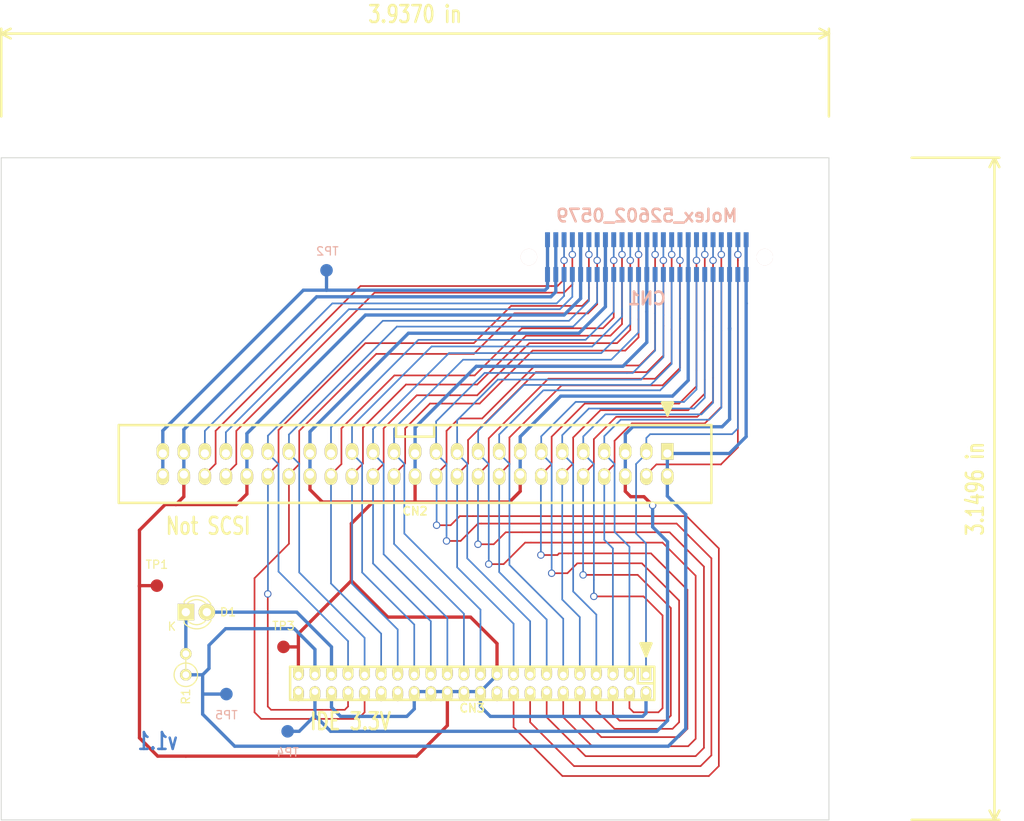
<source format=kicad_pcb>
(kicad_pcb (version 20171130) (host pcbnew "(5.1.12)-1")

  (general
    (thickness 1.6002)
    (drawings 11)
    (tracks 628)
    (zones 0)
    (modules 10)
    (nets 45)
  )

  (page A4)
  (title_block
    (date "25 nov 2015")
  )

  (layers
    (0 Front mixed)
    (31 Back mixed)
    (36 B.SilkS user)
    (37 F.SilkS user)
    (38 B.Mask user)
    (39 F.Mask user)
    (40 Dwgs.User user)
    (41 Cmts.User user)
    (42 Eco1.User user)
    (43 Eco2.User user)
    (44 Edge.Cuts user)
  )

  (setup
    (last_trace_width 0.2032)
    (trace_clearance 0.254)
    (zone_clearance 0.508)
    (zone_45_only no)
    (trace_min 0.2032)
    (via_size 0.889)
    (via_drill 0.635)
    (via_min_size 0.889)
    (via_min_drill 0.508)
    (uvia_size 0.508)
    (uvia_drill 0.127)
    (uvias_allowed no)
    (uvia_min_size 0.508)
    (uvia_min_drill 0.127)
    (edge_width 0.1)
    (segment_width 0.381)
    (pcb_text_width 0.3048)
    (pcb_text_size 1.524 2.032)
    (mod_edge_width 0.381)
    (mod_text_size 1.524 1.524)
    (mod_text_width 0.3048)
    (pad_size 1.524 1.524)
    (pad_drill 0)
    (pad_to_mask_clearance 0.254)
    (aux_axis_origin 0 0)
    (grid_origin 100 50)
    (visible_elements 7FFFFFFF)
    (pcbplotparams
      (layerselection 0x010f0_80000001)
      (usegerberextensions true)
      (usegerberattributes true)
      (usegerberadvancedattributes true)
      (creategerberjobfile true)
      (excludeedgelayer true)
      (linewidth 0.150000)
      (plotframeref false)
      (viasonmask false)
      (mode 1)
      (useauxorigin false)
      (hpglpennumber 1)
      (hpglpenspeed 20)
      (hpglpendiameter 15.000000)
      (psnegative false)
      (psa4output false)
      (plotreference true)
      (plotvalue true)
      (plotinvisibletext false)
      (padsonsilk false)
      (subtractmaskfromsilk false)
      (outputformat 1)
      (mirror false)
      (drillshape 0)
      (scaleselection 1)
      (outputdirectory "gerber"))
  )

  (net 0 "")
  (net 1 +5V)
  (net 2 /ACTIVEn)
  (net 3 /D6)
  (net 4 /D7)
  (net 5 /G_RST)
  (net 6 /xB2)
  (net 7 GND)
  (net 8 "Net-(CN3-Pad20)")
  (net 9 "Net-(CN3-Pad32)")
  (net 10 "Net-(CN3-Pad34)")
  (net 11 "Net-(D1-Pad1)")
  (net 12 +3V3)
  (net 13 +12V)
  (net 14 /D8)
  (net 15 /D5)
  (net 16 /D10)
  (net 17 /D3)
  (net 18 /D12)
  (net 19 /D1)
  (net 20 /D14)
  (net 21 /DMARQ)
  (net 22 /RDn)
  (net 23 "Net-(CN3-Pad44)")
  (net 24 /DMACKn)
  (net 25 /EMPH)
  (net 26 /A0)
  (net 27 /CS0n)
  (net 28 /SCK)
  (net 29 /SDAT)
  (net 30 /D9)
  (net 31 /D4)
  (net 32 /D11)
  (net 33 /D2)
  (net 34 /D13)
  (net 35 /D0)
  (net 36 /D15)
  (net 37 /WRn)
  (net 38 /IORDY)
  (net 39 /INTRQ)
  (net 40 /A1)
  (net 41 /A2)
  (net 42 /CS1n)
  (net 43 /LRCK)
  (net 44 /CD_CLK)

  (net_class Default "This is the default net class."
    (clearance 0.254)
    (trace_width 0.2032)
    (via_dia 0.889)
    (via_drill 0.635)
    (uvia_dia 0.508)
    (uvia_drill 0.127)
    (add_net /A0)
    (add_net /A1)
    (add_net /A2)
    (add_net /CD_CLK)
    (add_net /CS0n)
    (add_net /CS1n)
    (add_net /D0)
    (add_net /D1)
    (add_net /D10)
    (add_net /D11)
    (add_net /D12)
    (add_net /D13)
    (add_net /D14)
    (add_net /D15)
    (add_net /D2)
    (add_net /D3)
    (add_net /D4)
    (add_net /D5)
    (add_net /D6)
    (add_net /D7)
    (add_net /D8)
    (add_net /D9)
    (add_net /DMACKn)
    (add_net /DMARQ)
    (add_net /EMPH)
    (add_net /G_RST)
    (add_net /INTRQ)
    (add_net /IORDY)
    (add_net /LRCK)
    (add_net /RDn)
    (add_net /SCK)
    (add_net /SDAT)
    (add_net /WRn)
    (add_net /xB2)
    (add_net "Net-(CN3-Pad20)")
    (add_net "Net-(CN3-Pad32)")
    (add_net "Net-(CN3-Pad34)")
    (add_net "Net-(CN3-Pad44)")
  )

  (net_class LED ""
    (clearance 0.254)
    (trace_width 0.4)
    (via_dia 0.889)
    (via_drill 0.635)
    (uvia_dia 0.508)
    (uvia_drill 0.127)
    (add_net /ACTIVEn)
    (add_net "Net-(D1-Pad1)")
  )

  (net_class Power ""
    (clearance 0.254)
    (trace_width 0.4)
    (via_dia 0.889)
    (via_drill 0.635)
    (uvia_dia 0.508)
    (uvia_drill 0.127)
    (add_net +12V)
    (add_net +3V3)
    (add_net +5V)
    (add_net GND)
  )

  (module w_pin_strip:pin_strip_2mm_22x2 (layer Front) (tedit 0) (tstamp 565DF270)
    (at 156.9 113.5 180)
    (descr "Pin strip 2mm 22x2pin")
    (tags "CONN DEV")
    (path /565DF979)
    (fp_text reference CN3 (at 0 -3 180) (layer F.SilkS)
      (effects (font (size 1.016 1.016) (thickness 0.2032)))
    )
    (fp_text value CONN_02X22 (at 0 -5 180) (layer F.SilkS) hide
      (effects (font (size 1.016 0.889) (thickness 0.2032)))
    )
    (fp_line (start -20 0) (end -20 2) (layer F.SilkS) (width 0.3048))
    (fp_line (start -22 2) (end -22 -2) (layer F.SilkS) (width 0.3048))
    (fp_line (start -22 -2) (end 22 -2) (layer F.SilkS) (width 0.3048))
    (fp_line (start 22 2) (end -22 2) (layer F.SilkS) (width 0.3048))
    (fp_line (start 22 -2) (end 22 2) (layer F.SilkS) (width 0.3048))
    (fp_line (start -22 0) (end -20 0) (layer F.SilkS) (width 0.3048))
    (pad 1 thru_hole rect (at -21 1 180) (size 1.3 1.8) (drill 0.8 (offset 0 0.25)) (layers *.Cu *.Mask F.SilkS)
      (net 5 /G_RST))
    (pad 2 thru_hole oval (at -21 -1 180) (size 1.3 1.8) (drill 0.8 (offset 0 -0.25)) (layers *.Cu *.Mask F.SilkS)
      (net 7 GND))
    (pad 3 thru_hole oval (at -19 1 180) (size 1.3 1.8) (drill 0.8 (offset 0 0.25)) (layers *.Cu *.Mask F.SilkS)
      (net 4 /D7))
    (pad 4 thru_hole oval (at -19 -1 180) (size 1.3 1.8) (drill 0.8 (offset 0 -0.25)) (layers *.Cu *.Mask F.SilkS)
      (net 14 /D8))
    (pad 5 thru_hole oval (at -17 1 180) (size 1.3 1.8) (drill 0.8 (offset 0 0.25)) (layers *.Cu *.Mask F.SilkS)
      (net 3 /D6))
    (pad 6 thru_hole oval (at -17 -1 180) (size 1.3 1.8) (drill 0.8 (offset 0 -0.25)) (layers *.Cu *.Mask F.SilkS)
      (net 30 /D9))
    (pad 7 thru_hole oval (at -15 1 180) (size 1.3 1.8) (drill 0.8 (offset 0 0.25)) (layers *.Cu *.Mask F.SilkS)
      (net 15 /D5))
    (pad 8 thru_hole oval (at -15 -1 180) (size 1.3 1.8) (drill 0.8 (offset 0 -0.25)) (layers *.Cu *.Mask F.SilkS)
      (net 16 /D10))
    (pad 9 thru_hole oval (at -13 1 180) (size 1.3 1.8) (drill 0.8 (offset 0 0.25)) (layers *.Cu *.Mask F.SilkS)
      (net 31 /D4))
    (pad 10 thru_hole oval (at -13 -1 180) (size 1.3 1.8) (drill 0.8 (offset 0 -0.25)) (layers *.Cu *.Mask F.SilkS)
      (net 32 /D11))
    (pad 11 thru_hole oval (at -11 1 180) (size 1.3 1.8) (drill 0.8 (offset 0 0.25)) (layers *.Cu *.Mask F.SilkS)
      (net 17 /D3))
    (pad 12 thru_hole oval (at -11 -1 180) (size 1.3 1.8) (drill 0.8 (offset 0 -0.25)) (layers *.Cu *.Mask F.SilkS)
      (net 18 /D12))
    (pad 13 thru_hole oval (at -9 1 180) (size 1.3 1.8) (drill 0.8 (offset 0 0.25)) (layers *.Cu *.Mask F.SilkS)
      (net 33 /D2))
    (pad 14 thru_hole oval (at -9 -1 180) (size 1.3 1.8) (drill 0.8 (offset 0 -0.25)) (layers *.Cu *.Mask F.SilkS)
      (net 34 /D13))
    (pad 15 thru_hole oval (at -7 1 180) (size 1.3 1.8) (drill 0.8 (offset 0 0.25)) (layers *.Cu *.Mask F.SilkS)
      (net 19 /D1))
    (pad 16 thru_hole oval (at -7 -1 180) (size 1.3 1.8) (drill 0.8 (offset 0 -0.25)) (layers *.Cu *.Mask F.SilkS)
      (net 20 /D14))
    (pad 17 thru_hole oval (at -5 1 180) (size 1.3 1.8) (drill 0.8 (offset 0 0.25)) (layers *.Cu *.Mask F.SilkS)
      (net 35 /D0))
    (pad 18 thru_hole oval (at -5 -1 180) (size 1.3 1.8) (drill 0.8 (offset 0 -0.25)) (layers *.Cu *.Mask F.SilkS)
      (net 36 /D15))
    (pad 19 thru_hole oval (at -3 1 180) (size 1.3 1.8) (drill 0.8 (offset 0 0.25)) (layers *.Cu *.Mask F.SilkS)
      (net 7 GND))
    (pad 20 thru_hole oval (at -3 -1 180) (size 1.3 1.8) (drill 0.8 (offset 0 -0.25)) (layers *.Cu *.Mask F.SilkS)
      (net 8 "Net-(CN3-Pad20)"))
    (pad 21 thru_hole oval (at -1 1 180) (size 1.3 1.8) (drill 0.8 (offset 0 0.25)) (layers *.Cu *.Mask F.SilkS)
      (net 21 /DMARQ))
    (pad 22 thru_hole oval (at -1 -1 180) (size 1.3 1.8) (drill 0.8 (offset 0 -0.25)) (layers *.Cu *.Mask F.SilkS)
      (net 7 GND))
    (pad 23 thru_hole oval (at 1 1 180) (size 1.3 1.8) (drill 0.8 (offset 0 0.25)) (layers *.Cu *.Mask F.SilkS)
      (net 37 /WRn))
    (pad 24 thru_hole oval (at 1 -1 180) (size 1.3 1.8) (drill 0.8 (offset 0 -0.25)) (layers *.Cu *.Mask F.SilkS)
      (net 7 GND))
    (pad 25 thru_hole oval (at 3 1 180) (size 1.3 1.8) (drill 0.8 (offset 0 0.25)) (layers *.Cu *.Mask F.SilkS)
      (net 22 /RDn))
    (pad 26 thru_hole oval (at 3 -1 180) (size 1.3 1.8) (drill 0.8 (offset 0 -0.25)) (layers *.Cu *.Mask F.SilkS)
      (net 7 GND))
    (pad 27 thru_hole oval (at 5 1 180) (size 1.3 1.8) (drill 0.8 (offset 0 0.25)) (layers *.Cu *.Mask F.SilkS)
      (net 38 /IORDY))
    (pad 28 thru_hole oval (at 5 -1 180) (size 1.3 1.8) (drill 0.8 (offset 0 -0.25)) (layers *.Cu *.Mask F.SilkS)
      (net 7 GND))
    (pad 29 thru_hole oval (at 7 1 180) (size 1.3 1.8) (drill 0.8 (offset 0 0.25)) (layers *.Cu *.Mask F.SilkS)
      (net 24 /DMACKn))
    (pad 30 thru_hole oval (at 7 -1 180) (size 1.3 1.8) (drill 0.8 (offset 0 -0.25)) (layers *.Cu *.Mask F.SilkS)
      (net 7 GND))
    (pad 31 thru_hole oval (at 9 1 180) (size 1.3 1.8) (drill 0.8 (offset 0 0.25)) (layers *.Cu *.Mask F.SilkS)
      (net 39 /INTRQ))
    (pad 32 thru_hole oval (at 9 -1 180) (size 1.3 1.8) (drill 0.8 (offset 0 -0.25)) (layers *.Cu *.Mask F.SilkS)
      (net 9 "Net-(CN3-Pad32)"))
    (pad 33 thru_hole oval (at 11 1 180) (size 1.3 1.8) (drill 0.8 (offset 0 0.25)) (layers *.Cu *.Mask F.SilkS)
      (net 40 /A1))
    (pad 34 thru_hole oval (at 11 -1 180) (size 1.3 1.8) (drill 0.8 (offset 0 -0.25)) (layers *.Cu *.Mask F.SilkS)
      (net 10 "Net-(CN3-Pad34)"))
    (pad 35 thru_hole oval (at 13 1 180) (size 1.3 1.8) (drill 0.8 (offset 0 0.25)) (layers *.Cu *.Mask F.SilkS)
      (net 26 /A0))
    (pad 36 thru_hole oval (at 13 -1 180) (size 1.3 1.8) (drill 0.8 (offset 0 -0.25)) (layers *.Cu *.Mask F.SilkS)
      (net 41 /A2))
    (pad 37 thru_hole oval (at 15 1 180) (size 1.3 1.8) (drill 0.8 (offset 0 0.25)) (layers *.Cu *.Mask F.SilkS)
      (net 27 /CS0n))
    (pad 38 thru_hole oval (at 15 -1 180) (size 1.3 1.8) (drill 0.8 (offset 0 -0.25)) (layers *.Cu *.Mask F.SilkS)
      (net 42 /CS1n))
    (pad 39 thru_hole oval (at 17 1 180) (size 1.3 1.8) (drill 0.8 (offset 0 0.25)) (layers *.Cu *.Mask F.SilkS)
      (net 2 /ACTIVEn))
    (pad 40 thru_hole oval (at 17 -1 180) (size 1.3 1.8) (drill 0.8 (offset 0 -0.25)) (layers *.Cu *.Mask F.SilkS)
      (net 7 GND))
    (pad 41 thru_hole oval (at 19 1 180) (size 1.3 1.8) (drill 0.8 (offset 0 0.25)) (layers *.Cu *.Mask F.SilkS)
      (net 12 +3V3))
    (pad 42 thru_hole oval (at 19 -1 180) (size 1.3 1.8) (drill 0.8 (offset 0 -0.25)) (layers *.Cu *.Mask F.SilkS)
      (net 1 +5V))
    (pad 43 thru_hole oval (at 21 1 180) (size 1.3 1.8) (drill 0.8 (offset 0 0.25)) (layers *.Cu *.Mask F.SilkS)
      (net 7 GND))
    (pad 44 thru_hole oval (at 21 -1 180) (size 1.3 1.8) (drill 0.8 (offset 0 -0.25)) (layers *.Cu *.Mask F.SilkS)
      (net 23 "Net-(CN3-Pad44)"))
    (model ${KIPRJMOD}/packages3d/pin_strip_2mm_22x2.wrl
      (at (xyz 0 0 0))
      (scale (xyz 1 1 1))
      (rotate (xyz 0 0 0))
    )
  )

  (module w_conn_strip:vasch_strip_25x2 (layer Front) (tedit 0) (tstamp 565D11EF)
    (at 150 87 180)
    (descr "Box header 25x2pin 2.54mm")
    (tags "CONN DEV")
    (path /5656237A)
    (fp_text reference CN2 (at 0 -5.7 180) (layer F.SilkS)
      (effects (font (size 1 1) (thickness 0.2032)))
    )
    (fp_text value CONN_25X2 (at 0 5.7 180) (layer F.SilkS) hide
      (effects (font (size 1 1) (thickness 0.2032)))
    )
    (fp_line (start -2.3 3.3) (end -2.3 4.7) (layer F.SilkS) (width 0.29972))
    (fp_line (start 2.3 3.3) (end -2.3 3.3) (layer F.SilkS) (width 0.29972))
    (fp_line (start 2.3 4.7) (end 2.3 3.3) (layer F.SilkS) (width 0.29972))
    (fp_line (start 35.8 -4.7) (end 35.8 4.7) (layer F.SilkS) (width 0.3048))
    (fp_line (start -35.8 -4.7) (end -35.8 4.7) (layer F.SilkS) (width 0.3048))
    (fp_line (start 35.8 -4.7) (end -35.8 -4.7) (layer F.SilkS) (width 0.3048))
    (fp_line (start -35.8 4.7) (end 35.8 4.7) (layer F.SilkS) (width 0.3048))
    (pad 42 thru_hole oval (at 20.32 -1.27 180) (size 1.5 2) (drill 1 (offset 0 -0.25)) (layers *.Cu *.Mask F.SilkS)
      (net 7 GND))
    (pad 41 thru_hole oval (at 20.32 1.27 180) (size 1.5 2) (drill 1 (offset 0 0.25)) (layers *.Cu *.Mask F.SilkS)
      (net 7 GND))
    (pad 43 thru_hole oval (at 22.86 1.27 180) (size 1.5 2) (drill 1 (offset 0 0.25)) (layers *.Cu *.Mask F.SilkS)
      (net 28 /SCK))
    (pad 44 thru_hole oval (at 22.86 -1.27 180) (size 1.5 2) (drill 1 (offset 0 -0.25)) (layers *.Cu *.Mask F.SilkS)
      (net 43 /LRCK))
    (pad 46 thru_hole oval (at 25.4 -1.27 180) (size 1.5 2) (drill 1 (offset 0 -0.25)) (layers *.Cu *.Mask F.SilkS)
      (net 44 /CD_CLK))
    (pad 45 thru_hole oval (at 25.4 1.27 180) (size 1.5 2) (drill 1 (offset 0 0.25)) (layers *.Cu *.Mask F.SilkS)
      (net 29 /SDAT))
    (pad 49 thru_hole oval (at 30.48 1.27 180) (size 1.5 2) (drill 1 (offset 0 0.25)) (layers *.Cu *.Mask F.SilkS)
      (net 13 +12V))
    (pad 50 thru_hole oval (at 30.48 -1.27 180) (size 1.5 2) (drill 1 (offset 0 -0.25)) (layers *.Cu *.Mask F.SilkS)
      (net 13 +12V))
    (pad 48 thru_hole oval (at 27.94 -1.27 180) (size 1.5 2) (drill 1 (offset 0 -0.25)) (layers *.Cu *.Mask F.SilkS)
      (net 7 GND))
    (pad 47 thru_hole oval (at 27.94 1.27 180) (size 1.5 2) (drill 1 (offset 0 0.25)) (layers *.Cu *.Mask F.SilkS)
      (net 7 GND))
    (pad 37 thru_hole oval (at 15.24 1.27 180) (size 1.5 2) (drill 1 (offset 0 0.25)) (layers *.Cu *.Mask F.SilkS)
      (net 26 /A0))
    (pad 38 thru_hole oval (at 15.24 -1.27 180) (size 1.5 2) (drill 1 (offset 0 -0.25)) (layers *.Cu *.Mask F.SilkS)
      (net 41 /A2))
    (pad 40 thru_hole oval (at 17.78 -1.27 180) (size 1.5 2) (drill 1 (offset 0 -0.25)) (layers *.Cu *.Mask F.SilkS)
      (net 42 /CS1n))
    (pad 39 thru_hole oval (at 17.78 1.27 180) (size 1.5 2) (drill 1 (offset 0 0.25)) (layers *.Cu *.Mask F.SilkS)
      (net 27 /CS0n))
    (pad 35 thru_hole oval (at 12.7 1.27 180) (size 1.5 2) (drill 1 (offset 0 0.25)) (layers *.Cu *.Mask F.SilkS)
      (net 7 GND))
    (pad 36 thru_hole oval (at 12.7 -1.27 180) (size 1.5 2) (drill 1 (offset 0 -0.25)) (layers *.Cu *.Mask F.SilkS)
      (net 7 GND))
    (pad 34 thru_hole oval (at 10.16 -1.27 180) (size 1.5 2) (drill 1 (offset 0 -0.25)) (layers *.Cu *.Mask F.SilkS)
      (net 40 /A1))
    (pad 33 thru_hole oval (at 10.16 1.27 180) (size 1.5 2) (drill 1 (offset 0 0.25)) (layers *.Cu *.Mask F.SilkS)
      (net 25 /EMPH))
    (pad 31 thru_hole oval (at 7.62 1.27 180) (size 1.5 2) (drill 1 (offset 0 0.25)) (layers *.Cu *.Mask F.SilkS)
      (net 24 /DMACKn))
    (pad 32 thru_hole oval (at 7.62 -1.27 180) (size 1.5 2) (drill 1 (offset 0 -0.25)) (layers *.Cu *.Mask F.SilkS)
      (net 39 /INTRQ))
    (pad 27 thru_hole oval (at 2.54 1.27 180) (size 1.5 2) (drill 1 (offset 0 0.25)) (layers *.Cu *.Mask F.SilkS)
      (net 21 /DMARQ))
    (pad 28 thru_hole oval (at 2.54 -1.27 180) (size 1.5 2) (drill 1 (offset 0 -0.25)) (layers *.Cu *.Mask F.SilkS)
      (net 37 /WRn))
    (pad 30 thru_hole oval (at 5.08 -1.27 180) (size 1.5 2) (drill 1 (offset 0 -0.25)) (layers *.Cu *.Mask F.SilkS)
      (net 38 /IORDY))
    (pad 29 thru_hole oval (at 5.08 1.27 180) (size 1.5 2) (drill 1 (offset 0 0.25)) (layers *.Cu *.Mask F.SilkS)
      (net 22 /RDn))
    (pad 25 thru_hole oval (at 0 1.27 180) (size 1.5 2) (drill 1 (offset 0 0.25)) (layers *.Cu *.Mask F.SilkS)
      (net 7 GND))
    (pad 26 thru_hole oval (at 0 -1.27 180) (size 1.5 2) (drill 1 (offset 0 -0.25)) (layers *.Cu *.Mask F.SilkS)
      (net 7 GND))
    (pad 24 thru_hole oval (at -2.54 -1.27 180) (size 1.5 2) (drill 1 (offset 0 -0.25)) (layers *.Cu *.Mask F.SilkS)
      (net 36 /D15))
    (pad 23 thru_hole oval (at -2.54 1.27 180) (size 1.5 2) (drill 1 (offset 0 0.25)) (layers *.Cu *.Mask F.SilkS)
      (net 20 /D14))
    (pad 21 thru_hole oval (at -5.08 1.27 180) (size 1.5 2) (drill 1 (offset 0 0.25)) (layers *.Cu *.Mask F.SilkS)
      (net 19 /D1))
    (pad 22 thru_hole oval (at -5.08 -1.27 180) (size 1.5 2) (drill 1 (offset 0 -0.25)) (layers *.Cu *.Mask F.SilkS)
      (net 35 /D0))
    (pad 20 thru_hole oval (at -7.62 -1.27 180) (size 1.5 2) (drill 1 (offset 0 -0.25)) (layers *.Cu *.Mask F.SilkS)
      (net 34 /D13))
    (pad 19 thru_hole oval (at -7.62 1.27 180) (size 1.5 2) (drill 1 (offset 0 0.25)) (layers *.Cu *.Mask F.SilkS)
      (net 18 /D12))
    (pad 17 thru_hole oval (at -10.16 1.27 180) (size 1.5 2) (drill 1 (offset 0 0.25)) (layers *.Cu *.Mask F.SilkS)
      (net 17 /D3))
    (pad 18 thru_hole oval (at -10.16 -1.27 180) (size 1.5 2) (drill 1 (offset 0 -0.25)) (layers *.Cu *.Mask F.SilkS)
      (net 33 /D2))
    (pad 16 thru_hole oval (at -12.7 -1.27 180) (size 1.5 2) (drill 1 (offset 0 -0.25)) (layers *.Cu *.Mask F.SilkS)
      (net 7 GND))
    (pad 15 thru_hole oval (at -12.7 1.27 180) (size 1.5 2) (drill 1 (offset 0 0.25)) (layers *.Cu *.Mask F.SilkS)
      (net 7 GND))
    (pad 13 thru_hole oval (at -15.24 1.27 180) (size 1.5 2) (drill 1 (offset 0 0.25)) (layers *.Cu *.Mask F.SilkS)
      (net 16 /D10))
    (pad 14 thru_hole oval (at -15.24 -1.27 180) (size 1.5 2) (drill 1 (offset 0 -0.25)) (layers *.Cu *.Mask F.SilkS)
      (net 32 /D11))
    (pad 12 thru_hole oval (at -17.78 -1.27 180) (size 1.5 2) (drill 1 (offset 0 -0.25)) (layers *.Cu *.Mask F.SilkS)
      (net 31 /D4))
    (pad 11 thru_hole oval (at -17.78 1.27 180) (size 1.5 2) (drill 1 (offset 0 0.25)) (layers *.Cu *.Mask F.SilkS)
      (net 15 /D5))
    (pad 9 thru_hole oval (at -20.32 1.27 180) (size 1.5 2) (drill 1 (offset 0 0.25)) (layers *.Cu *.Mask F.SilkS)
      (net 14 /D8))
    (pad 10 thru_hole oval (at -20.32 -1.27 180) (size 1.5 2) (drill 1 (offset 0 -0.25)) (layers *.Cu *.Mask F.SilkS)
      (net 30 /D9))
    (pad 8 thru_hole oval (at -22.86 -1.27 180) (size 1.5 2) (drill 1 (offset 0 -0.25)) (layers *.Cu *.Mask F.SilkS)
      (net 3 /D6))
    (pad 7 thru_hole oval (at -22.86 1.27 180) (size 1.5 2) (drill 1 (offset 0 0.25)) (layers *.Cu *.Mask F.SilkS)
      (net 4 /D7))
    (pad 1 thru_hole rect (at -30.48 1.27 180) (size 1.5 2) (drill 1 (offset 0 0.25)) (layers *.Cu *.Mask F.SilkS)
      (net 12 +3V3))
    (pad 2 thru_hole oval (at -30.48 -1.27 180) (size 1.5 2) (drill 1 (offset 0 -0.25)) (layers *.Cu *.Mask F.SilkS)
      (net 12 +3V3))
    (pad 3 thru_hole oval (at -27.94 1.27 180) (size 1.5 2) (drill 1 (offset 0 0.25)) (layers *.Cu *.Mask F.SilkS)
      (net 5 /G_RST))
    (pad 4 thru_hole oval (at -27.94 -1.27 180) (size 1.5 2) (drill 1 (offset 0 -0.25)) (layers *.Cu *.Mask F.SilkS)
      (net 6 /xB2))
    (pad 5 thru_hole oval (at -25.4 1.27 180) (size 1.5 2) (drill 1 (offset 0 0.25)) (layers *.Cu *.Mask F.SilkS)
      (net 1 +5V))
    (pad 6 thru_hole oval (at -25.4 -1.27 180) (size 1.5 2) (drill 1 (offset 0 -0.25)) (layers *.Cu *.Mask F.SilkS)
      (net 1 +5V))
    (model ${KIPRJMOD}/packages3d/vasch_strip_25x2.wrl
      (at (xyz 0 0 0))
      (scale (xyz 1 1 1))
      (rotate (xyz 0 0 0))
    )
  )

  (module Molex_52602_0579:Molex_52602_0579 (layer Back) (tedit 56536955) (tstamp 565979FE)
    (at 178 62 180)
    (path /56562379)
    (fp_text reference CN1 (at 0 -5.00126 180) (layer B.SilkS)
      (effects (font (size 1.524 1.524) (thickness 0.3048)) (justify mirror))
    )
    (fp_text value Molex_52602_0579 (at 0 5.00126 180) (layer B.SilkS)
      (effects (font (size 1.524 1.524) (thickness 0.3048)) (justify mirror))
    )
    (pad A1 smd rect (at -11.99896 -2.09942 180) (size 0.59944 1.80086) (layers Back B.Mask)
      (net 12 +3V3))
    (pad A2 smd rect (at -10.9982 -2.10196 180) (size 0.59944 1.80086) (layers Back B.Mask)
      (net 5 /G_RST))
    (pad A3 smd rect (at -9.99744 -2.10196 180) (size 0.59944 1.80086) (layers Back B.Mask)
      (net 1 +5V))
    (pad A4 smd rect (at -8.99922 -2.10196 180) (size 0.59944 1.80086) (layers Back B.Mask)
      (net 4 /D7))
    (pad A5 smd rect (at -7.99846 -2.10196 180) (size 0.59944 1.80086) (layers Back B.Mask)
      (net 14 /D8))
    (pad A6 smd rect (at -6.9977 -2.10196 180) (size 0.59944 1.80086) (layers Back B.Mask)
      (net 15 /D5))
    (pad A7 smd rect (at -5.99948 -2.10196 180) (size 0.59944 1.80086) (layers Back B.Mask)
      (net 16 /D10))
    (pad A8 smd rect (at -4.99872 -2.10196 180) (size 0.59944 1.80086) (layers Back B.Mask)
      (net 7 GND))
    (pad A9 smd rect (at -3.99796 -2.10196 180) (size 0.59944 1.80086) (layers Back B.Mask)
      (net 17 /D3))
    (pad A10 smd rect (at -2.99974 -2.10196 180) (size 0.59944 1.80086) (layers Back B.Mask)
      (net 18 /D12))
    (pad A11 smd rect (at -1.99898 -2.10196 180) (size 0.59944 1.80086) (layers Back B.Mask)
      (net 19 /D1))
    (pad A12 smd rect (at -0.99822 -2.10196 180) (size 0.59944 1.80086) (layers Back B.Mask)
      (net 20 /D14))
    (pad A13 smd rect (at 0.00254 -2.10196 180) (size 0.59944 1.80086) (layers Back B.Mask)
      (net 7 GND))
    (pad A14 smd rect (at 1.00076 -2.10196 180) (size 0.59944 1.80086) (layers Back B.Mask)
      (net 21 /DMARQ))
    (pad A15 smd rect (at 2.00152 -2.10196 180) (size 0.59944 1.80086) (layers Back B.Mask)
      (net 22 /RDn))
    (pad A16 smd rect (at 3.00228 -2.10196 180) (size 0.59944 1.80086) (layers Back B.Mask)
      (net 24 /DMACKn))
    (pad A17 smd rect (at 4.0005 -2.10196 180) (size 0.59944 1.80086) (layers Back B.Mask)
      (net 25 /EMPH))
    (pad A18 smd rect (at 5.00126 -2.10196 180) (size 0.59944 1.80086) (layers Back B.Mask)
      (net 7 GND))
    (pad A19 smd rect (at 6.00202 -2.10196 180) (size 0.59944 1.80086) (layers Back B.Mask)
      (net 26 /A0))
    (pad A20 smd rect (at 7.00024 -2.10196 180) (size 0.59944 1.80086) (layers Back B.Mask)
      (net 27 /CS0n))
    (pad A21 smd rect (at 8.001 -2.10196 180) (size 0.59944 1.80086) (layers Back B.Mask)
      (net 7 GND))
    (pad A22 smd rect (at 9.00176 -2.10196 180) (size 0.59944 1.80086) (layers Back B.Mask)
      (net 28 /SCK))
    (pad A23 smd rect (at 10.00252 -2.10196 180) (size 0.59944 1.80086) (layers Back B.Mask)
      (net 29 /SDAT))
    (pad A24 smd rect (at 11.00074 -2.10196 180) (size 0.59944 1.80086) (layers Back B.Mask)
      (net 7 GND))
    (pad A25 smd rect (at 12.0015 -2.10196 180) (size 0.59944 1.80086) (layers Back B.Mask)
      (net 13 +12V))
    (pad B1 smd rect (at -11.99896 2.10196 180) (size 0.59944 1.80086) (layers Back B.Mask)
      (net 12 +3V3))
    (pad B2 smd rect (at -11.00074 2.10196 180) (size 0.59944 1.80086) (layers Back B.Mask)
      (net 6 /xB2))
    (pad B3 smd rect (at -9.99998 2.10196 180) (size 0.59944 1.80086) (layers Back B.Mask)
      (net 1 +5V))
    (pad B4 smd rect (at -8.99922 2.10196 180) (size 0.59944 1.80086) (layers Back B.Mask)
      (net 3 /D6))
    (pad B5 smd rect (at -8.001 2.10196 180) (size 0.59944 1.80086) (layers Back B.Mask)
      (net 30 /D9))
    (pad B6 smd rect (at -7.00024 2.10196 180) (size 0.59944 1.80086) (layers Back B.Mask)
      (net 31 /D4))
    (pad B7 smd rect (at -5.99948 2.10196 180) (size 0.59944 1.80086) (layers Back B.Mask)
      (net 32 /D11))
    (pad B8 smd rect (at -5.00126 2.10196 180) (size 0.59944 1.80086) (layers Back B.Mask)
      (net 7 GND))
    (pad B9 smd rect (at -4.0005 2.10196 180) (size 0.59944 1.80086) (layers Back B.Mask)
      (net 33 /D2))
    (pad B10 smd rect (at -2.99974 2.10196 180) (size 0.59944 1.80086) (layers Back B.Mask)
      (net 34 /D13))
    (pad B11 smd rect (at -1.99898 2.10196 180) (size 0.59944 1.80086) (layers Back B.Mask)
      (net 35 /D0))
    (pad B12 smd rect (at -1.00076 2.10196 180) (size 0.59944 1.80086) (layers Back B.Mask)
      (net 36 /D15))
    (pad B13 smd rect (at 0 2.10196 180) (size 0.59944 1.80086) (layers Back B.Mask)
      (net 7 GND))
    (pad B14 smd rect (at 1.00076 2.10196 180) (size 0.59944 1.80086) (layers Back B.Mask)
      (net 37 /WRn))
    (pad B15 smd rect (at 1.99898 2.10196 180) (size 0.59944 1.80086) (layers Back B.Mask)
      (net 38 /IORDY))
    (pad B16 smd rect (at 2.99974 2.10196 180) (size 0.59944 1.80086) (layers Back B.Mask)
      (net 39 /INTRQ))
    (pad B17 smd rect (at 4.0005 2.10196 180) (size 0.59944 1.80086) (layers Back B.Mask)
      (net 40 /A1))
    (pad B18 smd rect (at 5.00126 2.10196 180) (size 0.59944 1.80086) (layers Back B.Mask)
      (net 7 GND))
    (pad B19 smd rect (at 5.99948 2.10196 180) (size 0.59944 1.80086) (layers Back B.Mask)
      (net 41 /A2))
    (pad B20 smd rect (at 7.00024 2.10196 180) (size 0.59944 1.80086) (layers Back B.Mask)
      (net 42 /CS1n))
    (pad B21 smd rect (at 8.001 2.10196 180) (size 0.59944 1.80086) (layers Back B.Mask)
      (net 7 GND))
    (pad B22 smd rect (at 8.99922 2.10196 180) (size 0.59944 1.80086) (layers Back B.Mask)
      (net 43 /LRCK))
    (pad B23 smd rect (at 9.99998 2.10196 180) (size 0.59944 1.80086) (layers Back B.Mask)
      (net 44 /CD_CLK))
    (pad B24 smd rect (at 11.00074 2.10196 180) (size 0.59944 1.80086) (layers Back B.Mask)
      (net 7 GND))
    (pad B25 smd rect (at 11.99896 2.10196 180) (size 0.59944 1.80086) (layers Back B.Mask)
      (net 13 +12V))
    (pad "" np_thru_hole circle (at -14.2494 0 180) (size 1.99898 1.99898) (drill 1.99898) (layers *.Cu *.Mask B.SilkS))
    (pad "" np_thru_hole circle (at 14.2494 0 180) (size 1.99898 1.99898) (drill 1.99898) (layers *.Cu *.Mask B.SilkS))
    (model ${KIPRJMOD}/packages3d/52602-0579.wrl
      (offset (xyz 0 0 3.784599943161011))
      (scale (xyz 0.393701 0.393701 0.393701))
      (rotate (xyz -90 0 0))
    )
  )

  (module Measurement_Points:Measurement_Point_Round-SMD-Pad_Small (layer Back) (tedit 5662D793) (tstamp 5662D76C)
    (at 127.2 114.8)
    (descr "Mesurement Point, Round, SMD Pad, DM 1.5mm,")
    (tags "Mesurement Point, Round, SMD Pad, DM 1.5mm,")
    (fp_text reference TP5 (at 0 2.54) (layer B.SilkS)
      (effects (font (size 1 1) (thickness 0.15)) (justify mirror))
    )
    (fp_text value Measurement_Point_Round-SMD-Pad_Small (at 1.27 -2.54) (layer B.Fab) hide
      (effects (font (size 1 1) (thickness 0.15)) (justify mirror))
    )
    (pad 1 smd circle (at 0 0) (size 1.524 1.524) (layers Back B.Mask)
      (net 12 +3V3))
  )

  (module Measurement_Points:Measurement_Point_Round-SMD-Pad_Small (layer Back) (tedit 5662D6EB) (tstamp 5662D6B7)
    (at 134.6 119.3)
    (descr "Mesurement Point, Round, SMD Pad, DM 1.5mm,")
    (tags "Mesurement Point, Round, SMD Pad, DM 1.5mm,")
    (fp_text reference TP4 (at 0 2.54) (layer B.SilkS)
      (effects (font (size 1 1) (thickness 0.15)) (justify mirror))
    )
    (fp_text value Measurement_Point_Round-SMD-Pad_Small (at 1.27 -2.54) (layer B.Fab) hide
      (effects (font (size 1 1) (thickness 0.15)) (justify mirror))
    )
    (pad 1 smd circle (at 0 0) (size 1.524 1.524) (layers Back B.Mask)
      (net 1 +5V))
  )

  (module Measurement_Points:Measurement_Point_Round-SMD-Pad_Small (layer Front) (tedit 5662D64C) (tstamp 5662D67F)
    (at 134.1 109.1)
    (descr "Mesurement Point, Round, SMD Pad, DM 1.5mm,")
    (tags "Mesurement Point, Round, SMD Pad, DM 1.5mm,")
    (fp_text reference TP3 (at 0 -2.54) (layer F.SilkS)
      (effects (font (size 1 1) (thickness 0.15)))
    )
    (fp_text value Measurement_Point_Round-SMD-Pad_Small (at 1.27 2.54) (layer F.Fab) hide
      (effects (font (size 1 1) (thickness 0.15)))
    )
    (pad 1 smd circle (at 0 0) (size 1.524 1.524) (layers Front F.Mask)
      (net 7 GND))
  )

  (module Measurement_Points:Measurement_Point_Round-SMD-Pad_Small (layer Back) (tedit 5662D55A) (tstamp 5662D4D4)
    (at 139.3 63.6)
    (descr "Mesurement Point, Round, SMD Pad, DM 1.5mm,")
    (tags "Mesurement Point, Round, SMD Pad, DM 1.5mm,")
    (fp_text reference TP2 (at 0.1 -2.3) (layer B.SilkS)
      (effects (font (size 1 1) (thickness 0.15)) (justify mirror))
    )
    (fp_text value Measurement_Point_Round-SMD-Pad_Small (at 1.27 -2.54) (layer B.Fab) hide
      (effects (font (size 1 1) (thickness 0.15)) (justify mirror))
    )
    (pad 1 smd circle (at 0 0) (size 1.524 1.524) (layers Back B.Mask)
      (net 13 +12V))
  )

  (module LEDs:LED-3MM (layer Front) (tedit 565CE894) (tstamp 565B731E)
    (at 122.3 104.9)
    (descr "LED 3mm round vertical")
    (tags "LED  3mm round vertical")
    (path /565372E5)
    (fp_text reference D1 (at 5.1 0) (layer F.SilkS)
      (effects (font (size 1 1) (thickness 0.15)))
    )
    (fp_text value LED (at 1.3 -2.9) (layer F.Fab)
      (effects (font (size 1 1) (thickness 0.15)))
    )
    (fp_line (start -0.199 -1.28) (end -0.199 -1.1) (layer F.SilkS) (width 0.15))
    (fp_line (start -0.199 1.314) (end -0.199 1.114) (layer F.SilkS) (width 0.15))
    (fp_line (start -1.2 -2.2) (end -1.2 2.3) (layer F.CrtYd) (width 0.05))
    (fp_line (start 3.8 -2.2) (end -1.2 -2.2) (layer F.CrtYd) (width 0.05))
    (fp_line (start 3.8 2.3) (end 3.8 -2.2) (layer F.CrtYd) (width 0.05))
    (fp_line (start -1.2 2.3) (end 3.8 2.3) (layer F.CrtYd) (width 0.05))
    (fp_arc (start 1.301 0.034) (end -0.199 -1.286) (angle 108.5) (layer F.SilkS) (width 0.15))
    (fp_arc (start 1.301 0.034) (end 0.25 -1.1) (angle 85.7) (layer F.SilkS) (width 0.15))
    (fp_arc (start 1.311 0.034) (end 3.051 0.994) (angle 110) (layer F.SilkS) (width 0.15))
    (fp_arc (start 1.301 0.034) (end 2.335 1.094) (angle 87.5) (layer F.SilkS) (width 0.15))
    (fp_text user K (at -1.69 1.74) (layer F.SilkS)
      (effects (font (size 1 1) (thickness 0.15)))
    )
    (pad 1 thru_hole rect (at 0 0 90) (size 2 2) (drill 1.00076) (layers *.Cu *.Mask F.SilkS)
      (net 11 "Net-(D1-Pad1)"))
    (pad 2 thru_hole circle (at 2.54 0) (size 2 2) (drill 1.00076) (layers *.Cu *.Mask F.SilkS)
      (net 2 /ACTIVEn))
    (model LEDs.3dshapes/LED-3MM.wrl
      (offset (xyz 1.269999980926514 0 0))
      (scale (xyz 1 1 1))
      (rotate (xyz 0 0 90))
    )
  )

  (module Discret:R1 (layer Front) (tedit 565CE885) (tstamp 565B7323)
    (at 122.3 111.2 90)
    (descr "Resistance verticale")
    (tags R)
    (path /565372E4)
    (fp_text reference R1 (at -3.9 0 90) (layer F.SilkS)
      (effects (font (size 1 1) (thickness 0.15)))
    )
    (fp_text value 1k (at -1.143 2.54 90) (layer F.Fab)
      (effects (font (size 1 1) (thickness 0.15)))
    )
    (fp_circle (center -1.27 0) (end -0.635 1.27) (layer F.SilkS) (width 0.15))
    (fp_line (start -1.27 0) (end 1.27 0) (layer F.SilkS) (width 0.15))
    (pad 1 thru_hole circle (at -1.27 0 90) (size 1.397 1.397) (drill 0.8128) (layers *.Cu *.Mask F.SilkS)
      (net 12 +3V3))
    (pad 2 thru_hole circle (at 1.27 0 90) (size 1.397 1.397) (drill 0.8128) (layers *.Cu *.Mask F.SilkS)
      (net 11 "Net-(D1-Pad1)"))
    (model Discret.3dshapes/R1.wrl
      (at (xyz 0 0 0))
      (scale (xyz 1 1 1))
      (rotate (xyz 0 0 0))
    )
  )

  (module Measurement_Points:Measurement_Point_Round-SMD-Pad_Small (layer Front) (tedit 56997ABB) (tstamp 5662D3E3)
    (at 118.8 101.7)
    (descr "Mesurement Point, Round, SMD Pad, DM 1.5mm,")
    (tags "Mesurement Point, Round, SMD Pad, DM 1.5mm,")
    (fp_text reference TP1 (at 0 -2.54) (layer F.SilkS)
      (effects (font (size 1 1) (thickness 0.15)))
    )
    (fp_text value Measurement_Point_Round-SMD-Pad_Small (at 1.27 2.54) (layer F.Fab) hide
      (effects (font (size 1 1) (thickness 0.15)))
    )
    (pad 1 smd circle (at 0 0) (size 1.524 1.524) (layers Front F.Mask)
      (net 7 GND))
  )

  (gr_text v1.1 (at 118.9 120.5) (layer Back)
    (effects (font (size 2.032 1.524) (thickness 0.3048)) (justify mirror))
  )
  (gr_text ▼ (at 177.9 109.3) (layer F.SilkS)
    (effects (font (size 2.032 1.524) (thickness 0.3048)))
  )
  (gr_text ▼ (at 180.5 80.2) (layer F.SilkS)
    (effects (font (size 2.032 1.524) (thickness 0.3048)))
  )
  (gr_text "Not SCSI" (at 125 94.5) (layer F.SilkS)
    (effects (font (size 2.032 1.524) (thickness 0.3048)))
  )
  (gr_text "IDE 3.3V" (at 142.2 118.1) (layer F.SilkS)
    (effects (font (size 2.032 1.524) (thickness 0.3048)))
  )
  (dimension 80 (width 0.3048) (layer F.SilkS)
    (gr_text "80,000 mm" (at 221.6256 90 270) (layer F.SilkS)
      (effects (font (size 2.032 1.524) (thickness 0.3048)))
    )
    (feature1 (pts (xy 210 130) (xy 223.2512 130)))
    (feature2 (pts (xy 210 50) (xy 223.2512 50)))
    (crossbar (pts (xy 220 50) (xy 220 130)))
    (arrow1a (pts (xy 220 130) (xy 219.413579 128.873496)))
    (arrow1b (pts (xy 220 130) (xy 220.586421 128.873496)))
    (arrow2a (pts (xy 220 50) (xy 219.413579 51.126504)))
    (arrow2b (pts (xy 220 50) (xy 220.586421 51.126504)))
  )
  (dimension 100 (width 0.3048) (layer F.SilkS)
    (gr_text "100,000 mm" (at 150 33.3744) (layer F.SilkS)
      (effects (font (size 2.032 1.524) (thickness 0.3048)))
    )
    (feature1 (pts (xy 200 45) (xy 200 31.7488)))
    (feature2 (pts (xy 100 45) (xy 100 31.7488)))
    (crossbar (pts (xy 100 35) (xy 200 35)))
    (arrow1a (pts (xy 200 35) (xy 198.873496 35.586421)))
    (arrow1b (pts (xy 200 35) (xy 198.873496 34.413579)))
    (arrow2a (pts (xy 100 35) (xy 101.126504 35.586421)))
    (arrow2b (pts (xy 100 35) (xy 101.126504 34.413579)))
  )
  (gr_line (start 100 130) (end 100 50) (angle 90) (layer Edge.Cuts) (width 0.1))
  (gr_line (start 200 130) (end 100 130) (angle 90) (layer Edge.Cuts) (width 0.1))
  (gr_line (start 200 50) (end 200 130) (angle 90) (layer Edge.Cuts) (width 0.1))
  (gr_line (start 100 50) (end 200 50) (angle 90) (layer Edge.Cuts) (width 0.1))

  (segment (start 187.99998 59.89804) (end 187.99998 64.09942) (width 0.4) (layer Back) (net 1))
  (segment (start 187.99998 64.09942) (end 187.99744 64.10196) (width 0.4) (layer Back) (net 1) (tstamp 56997754))
  (segment (start 175.4 85.73) (end 175.4 88.27) (width 0.4) (layer Back) (net 1))
  (segment (start 137.9 117.4) (end 136 119.3) (width 0.4) (layer Back) (net 1))
  (segment (start 136 119.3) (end 134.6 119.3) (width 0.4) (layer Back) (net 1) (tstamp 5662D708) (status 20))
  (segment (start 176.05 90.95) (end 175.4 90.3) (width 0.4) (layer Front) (net 1))
  (segment (start 176.05 90.95) (end 177.65 90.95) (width 0.4) (layer Front) (net 1))
  (segment (start 178.7 94.6) (end 178.7 92) (width 0.4) (layer Back) (net 1) (tstamp 565F518B))
  (via (at 178.7 92) (size 0.889) (drill 0.635) (layers Front Back) (net 1))
  (segment (start 180.5 118) (end 180.5 96.4) (width 0.4) (layer Back) (net 1) (tstamp 565F5101))
  (segment (start 179.2 119.3) (end 180.5 118) (width 0.4) (layer Back) (net 1) (tstamp 565F50FE))
  (segment (start 139.8 119.3) (end 179.2 119.3) (width 0.4) (layer Back) (net 1) (tstamp 565F50F8))
  (segment (start 137.9 117.4) (end 139.8 119.3) (width 0.4) (layer Back) (net 1) (tstamp 565F50F5))
  (segment (start 180.5 96.4) (end 178.7 94.6) (width 0.4) (layer Back) (net 1))
  (segment (start 177.65 90.95) (end 178.7 92) (width 0.4) (layer Front) (net 1) (tstamp 565F51AC))
  (segment (start 175.4 88.27) (end 175.4 90.3) (width 0.4) (layer Front) (net 1) (tstamp 565F511D))
  (segment (start 137.9 117.4) (end 137.9 114.5) (width 0.4) (layer Back) (net 1))
  (segment (start 175.4 83.4) (end 176.3 82.5) (width 0.4) (layer Back) (net 1))
  (segment (start 175.4 85.73) (end 175.4 83.4) (width 0.4) (layer Back) (net 1))
  (segment (start 188 70.6) (end 187.99744 70.6) (width 0.4) (layer Back) (net 1) (tstamp 5696D105))
  (segment (start 188 81.6) (end 188 70.6) (width 0.4) (layer Back) (net 1) (tstamp 5696D101))
  (segment (start 187.1 82.5) (end 188 81.6) (width 0.4) (layer Back) (net 1) (tstamp 5696D0FB))
  (segment (start 176.3 82.5) (end 187.1 82.5) (width 0.4) (layer Back) (net 1) (tstamp 5696D0F7))
  (segment (start 187.99744 70.80256) (end 187.99744 70.6) (width 0.4) (layer Back) (net 1) (tstamp 5696CD59))
  (segment (start 187.99744 70.6) (end 187.99744 64.10196) (width 0.4) (layer Back) (net 1) (tstamp 5696D106))
  (segment (start 139.9 112.5) (end 139.9 109.1) (width 0.39878) (layer Back) (net 2))
  (segment (start 135.7 104.9) (end 124.84 104.9) (width 0.39878) (layer Back) (net 2) (tstamp 565F3F65) (status 20))
  (segment (start 139.9 109.1) (end 135.7 104.9) (width 0.39878) (layer Back) (net 2) (tstamp 565F3F60))
  (segment (start 187 79.7) (end 187 80.1) (width 0.2032) (layer Front) (net 3))
  (segment (start 174.1 84.2) (end 176.2 82.1) (width 0.2032) (layer Front) (net 3) (tstamp 565E165A))
  (segment (start 187 79.7) (end 187 61.7) (width 0.2032) (layer Front) (net 3) (tstamp 565E1661))
  (segment (start 187 59.89882) (end 187 61.7) (width 0.2032) (layer Back) (net 3) (status 20))
  (segment (start 174.1 87.03) (end 172.86 88.27) (width 0.2032) (layer Front) (net 3) (tstamp 565CC367))
  (segment (start 174.1 84.2) (end 174.1 87.03) (width 0.2032) (layer Front) (net 3) (tstamp 565CC365))
  (via (at 187 61.7) (size 0.889) (drill 0.635) (layers Front Back) (net 3))
  (segment (start 185 82.1) (end 176.2 82.1) (width 0.2032) (layer Front) (net 3) (tstamp 5696D595))
  (segment (start 187 80.1) (end 185 82.1) (width 0.2032) (layer Front) (net 3) (tstamp 5696D58C))
  (segment (start 172.86 88.27) (end 172.86 96.16) (width 0.2032) (layer Back) (net 3))
  (segment (start 173.9 97.2) (end 173.9 112.5) (width 0.2032) (layer Back) (net 3) (tstamp 565E1E3E))
  (segment (start 172.86 96.16) (end 173.9 97.2) (width 0.2032) (layer Back) (net 3) (tstamp 565E1E37))
  (segment (start 187 59.89882) (end 186.99922 59.89804) (width 0.2032) (layer Back) (net 3) (tstamp 565E14E9) (status 30))
  (segment (start 174.85 81.65) (end 185.55 81.65) (width 0.2032) (layer Back) (net 4))
  (segment (start 186.99922 64.10196) (end 186.999882 70.89999) (width 0.2032) (layer Back) (net 4) (tstamp 565CC35E) (status 20))
  (segment (start 172.86 83.64) (end 174.85 81.65) (width 0.2032) (layer Back) (net 4) (tstamp 565CC35C))
  (segment (start 172.86 83.64) (end 172.86 85.73) (width 0.2032) (layer Back) (net 4))
  (segment (start 186.999882 80.200118) (end 186.999882 70.89999) (width 0.2032) (layer Back) (net 4) (tstamp 5696D122))
  (segment (start 185.55 81.65) (end 186.999882 80.200118) (width 0.2032) (layer Back) (net 4) (tstamp 5696D11B))
  (segment (start 172.86 85.73) (end 172.86 85.76) (width 0.2032) (layer Back) (net 4))
  (segment (start 172.86 85.76) (end 174.1 87) (width 0.2032) (layer Back) (net 4) (tstamp 565E1D55))
  (segment (start 175.9 97) (end 175.9 112.5) (width 0.2032) (layer Back) (net 4) (tstamp 565E1D6B))
  (segment (start 174.1 95.2) (end 175.9 97) (width 0.2032) (layer Back) (net 4) (tstamp 565E1D65))
  (segment (start 174.1 87) (end 174.1 95.2) (width 0.2032) (layer Back) (net 4) (tstamp 565E1D5C))
  (segment (start 172.86 85.73) (end 172.77 85.73) (width 0.2032) (layer Back) (net 4))
  (segment (start 177.94 85.73) (end 177.94 83.86) (width 0.2032) (layer Back) (net 5))
  (segment (start 177.94 83.86) (end 178.4 83.4) (width 0.2032) (layer Back) (net 5) (tstamp 5696D0CD))
  (segment (start 178.4 83.4) (end 188.3 83.4) (width 0.2032) (layer Back) (net 5) (tstamp 5696D0D6))
  (segment (start 188.3 83.4) (end 188.9982 82.7018) (width 0.2032) (layer Back) (net 5) (tstamp 5696D0D9))
  (segment (start 188.9982 82.7018) (end 188.9982 64.10196) (width 0.2032) (layer Back) (net 5) (tstamp 5696CCC4))
  (segment (start 177.94 85.73) (end 177.94 85.26) (width 0.2032) (layer Back) (net 5))
  (segment (start 177.9 96.6) (end 177.9 112.5) (width 0.2032) (layer Back) (net 5) (tstamp 565E1D36))
  (segment (start 176.7 95.4) (end 177.9 96.6) (width 0.2032) (layer Back) (net 5) (tstamp 565E1D2B))
  (segment (start 177.94 85.73) (end 177.94 85.76) (width 0.2032) (layer Back) (net 5))
  (segment (start 177.94 85.76) (end 176.7 87) (width 0.2032) (layer Back) (net 5) (tstamp 565E1D16))
  (segment (start 176.7 87) (end 176.7 95.4) (width 0.2032) (layer Back) (net 5) (tstamp 565E1D1A))
  (segment (start 177.94 85.73) (end 177.87 85.73) (width 0.2032) (layer Back) (net 5))
  (segment (start 186.95 87.05) (end 179.16 87.05) (width 0.2032) (layer Front) (net 6))
  (segment (start 179.16 87.05) (end 177.94 88.27) (width 0.2032) (layer Front) (net 6) (tstamp 5696D8EA))
  (segment (start 189 62.4) (end 189 85) (width 0.2032) (layer Front) (net 6) (tstamp 565CC3C9))
  (segment (start 189 62.4) (end 189 62.4) (width 0.2032) (layer Front) (net 6))
  (segment (start 189 62.4) (end 189 61.7) (width 0.2032) (layer Front) (net 6) (tstamp 565E1591))
  (via (at 189 61.7) (size 0.889) (drill 0.635) (layers Front Back) (net 6))
  (segment (start 189 61.7) (end 189.00074 61.69926) (width 0.2032) (layer Back) (net 6) (tstamp 565E15A6))
  (segment (start 189.00074 61.69926) (end 189.00074 59.89804) (width 0.2032) (layer Back) (net 6) (tstamp 565E15A7) (status 20))
  (segment (start 186.945 87.055) (end 186.95 87.05) (width 0.2032) (layer Front) (net 6) (tstamp 5696D524))
  (segment (start 186.95 87.05) (end 189 85) (width 0.2032) (layer Front) (net 6) (tstamp 5696D8E8))
  (segment (start 159.9 112.5) (end 159.9 108.7) (width 0.4) (layer Front) (net 7) (status 400000))
  (segment (start 146.7 105.5) (end 142.3 101.1) (width 0.4) (layer Front) (net 7) (tstamp 56997BD0))
  (segment (start 156.7 105.5) (end 146.7 105.5) (width 0.4) (layer Front) (net 7) (tstamp 56997BCE))
  (segment (start 159.9 108.7) (end 156.7 105.5) (width 0.4) (layer Front) (net 7) (tstamp 56997BC6))
  (segment (start 178 59.89804) (end 178 64.09942) (width 0.4) (layer Back) (net 7) (status C00000))
  (segment (start 178 64.09942) (end 177.99746 64.10196) (width 0.4) (layer Back) (net 7) (tstamp 56997B70) (status C00000))
  (segment (start 150 88.27) (end 150 91.6) (width 0.4) (layer Front) (net 7) (status 400000))
  (segment (start 150 85.73) (end 150 88.27) (width 0.4) (layer Back) (net 7) (status C00000))
  (segment (start 137.3 88.27) (end 137.3 90.1) (width 0.4) (layer Front) (net 7) (status 400000))
  (segment (start 138.8 91.6) (end 144.9 91.6) (width 0.4) (layer Front) (net 7) (tstamp 56997B37))
  (segment (start 137.3 90.1) (end 138.8 91.6) (width 0.4) (layer Front) (net 7) (tstamp 56997B31))
  (segment (start 129.68 88.27) (end 129.68 90.62) (width 0.4) (layer Front) (net 7) (status 400000))
  (segment (start 128.4 91.9) (end 121.1 91.9) (width 0.4) (layer Front) (net 7) (tstamp 56997AD7))
  (segment (start 129.68 90.62) (end 128.4 91.9) (width 0.4) (layer Front) (net 7) (tstamp 56997AD2))
  (segment (start 116.7 101.8) (end 116.7 95) (width 0.4) (layer Front) (net 7))
  (segment (start 116.7 95) (end 119.8 91.9) (width 0.4) (layer Front) (net 7) (tstamp 56997AC5))
  (segment (start 119.8 91.9) (end 121.1 91.9) (width 0.39878) (layer Front) (net 7) (tstamp 565F5040))
  (segment (start 122.06 90.94) (end 122.06 88.27) (width 0.39878) (layer Front) (net 7) (tstamp 565DFE95))
  (segment (start 121.1 91.9) (end 122.06 90.94) (width 0.39878) (layer Front) (net 7) (tstamp 565DFE94))
  (segment (start 129.68 85.73) (end 129.68 88.27) (width 0.4) (layer Back) (net 7))
  (segment (start 137.3 85.73) (end 137.3 88.27) (width 0.4) (layer Back) (net 7))
  (segment (start 169.999 59.89804) (end 169.999 64.10196) (width 0.4) (layer Back) (net 7))
  (segment (start 172.99874 59.89804) (end 172.99874 64.10196) (width 0.4) (layer Back) (net 7))
  (segment (start 166.99926 59.89804) (end 166.99926 64.10196) (width 0.4) (layer Back) (net 7))
  (segment (start 122.06 85.73) (end 122.06 88.27) (width 0.4) (layer Back) (net 7))
  (segment (start 162.7 88.27) (end 162.7 85.73) (width 0.4) (layer Back) (net 7))
  (segment (start 182.99872 64.10196) (end 182.99872 59.90058) (width 0.4) (layer Back) (net 7))
  (segment (start 182.99872 59.90058) (end 183.00126 59.89804) (width 0.4) (layer Back) (net 7) (tstamp 56997787))
  (segment (start 134.1 109.1) (end 135.9 109.1) (width 0.4) (layer Front) (net 7))
  (segment (start 162.7 88.27) (end 162.7 90.3) (width 0.4) (layer Front) (net 7))
  (segment (start 162.7 90.3) (end 161.4 91.6) (width 0.4) (layer Front) (net 7) (tstamp 565F50A3))
  (segment (start 161.4 91.6) (end 150 91.6) (width 0.4) (layer Front) (net 7) (tstamp 565F50A7))
  (segment (start 150 91.6) (end 144.9 91.6) (width 0.4) (layer Front) (net 7) (tstamp 56997B58))
  (segment (start 144.9 91.6) (end 142.3 94.2) (width 0.4) (layer Front) (net 7) (tstamp 565F50AC))
  (segment (start 142.3 94.2) (end 142.3 101.1) (width 0.4) (layer Front) (net 7) (tstamp 565F50B3))
  (segment (start 135.9 107.5) (end 135.9 109.1) (width 0.4) (layer Front) (net 7) (tstamp 565F50BA))
  (segment (start 142.3 101.1) (end 135.9 107.5) (width 0.4) (layer Front) (net 7) (tstamp 565F50B8))
  (segment (start 135.9 109.1) (end 135.9 112.5) (width 0.4) (layer Front) (net 7) (tstamp 5662D68F))
  (segment (start 167.6 78.8) (end 181.1 78.8) (width 0.4) (layer Back) (net 7))
  (segment (start 181.1 78.8) (end 182.99872 76.90128) (width 0.4) (layer Back) (net 7) (tstamp 5696D213))
  (segment (start 162.7 83.7) (end 162.7 85.73) (width 0.39878) (layer Back) (net 7))
  (segment (start 182.99872 64.10196) (end 182.99872 76.90128) (width 0.39878) (layer Back) (net 7) (tstamp 565CCBB1) (status 20))
  (segment (start 162.7 83.7) (end 167.6 78.8) (width 0.39878) (layer Back) (net 7) (tstamp 565CCBB0))
  (segment (start 177.99746 68.6) (end 177.99746 72.30254) (width 0.4) (layer Back) (net 7))
  (segment (start 177.99746 72.30254) (end 175.1 75.2) (width 0.4) (layer Back) (net 7) (tstamp 5696D334))
  (segment (start 150 82.6) (end 150 85.73) (width 0.4) (layer Back) (net 7))
  (segment (start 157.4 75.2) (end 175.1 75.2) (width 0.4) (layer Back) (net 7) (tstamp 565DFCFB))
  (segment (start 150 82.6) (end 157.4 75.2) (width 0.4) (layer Back) (net 7) (tstamp 565DFCF7))
  (segment (start 177.99746 68.60254) (end 177.99746 68.6) (width 0.2032) (layer Back) (net 7) (tstamp 565DFCFF) (status 20))
  (segment (start 177.99746 68.6) (end 177.99746 64.10196) (width 0.4) (layer Back) (net 7) (tstamp 5696D332) (status 20))
  (segment (start 122.06 85.73) (end 122.06 82.84) (width 0.39878) (layer Back) (net 7))
  (segment (start 166.99926 66.20074) (end 166.99926 64.10196) (width 0.39878) (layer Back) (net 7) (tstamp 565DFA66) (status 20))
  (segment (start 166.4 66.8) (end 166.99926 66.20074) (width 0.39878) (layer Back) (net 7) (tstamp 565DFA64))
  (segment (start 138.1 66.8) (end 166.4 66.8) (width 0.39878) (layer Back) (net 7) (tstamp 565DFA61))
  (segment (start 122.06 82.84) (end 138.1 66.8) (width 0.39878) (layer Back) (net 7) (tstamp 565DFA5C))
  (segment (start 122.3 122.3) (end 118.9 122.3) (width 0.4) (layer Front) (net 7))
  (segment (start 153.9 118.6) (end 150.2 122.3) (width 0.4) (layer Front) (net 7) (tstamp 565F501C))
  (segment (start 150.2 122.3) (end 122.3 122.3) (width 0.4) (layer Front) (net 7) (tstamp 565F5020))
  (segment (start 153.9 114.5) (end 153.9 118.6) (width 0.4) (layer Front) (net 7))
  (segment (start 139.9 114.5) (end 139.9 116.4) (width 0.39878) (layer Back) (net 7))
  (segment (start 149.9 116.6) (end 149.9 114.5) (width 0.39878) (layer Back) (net 7) (tstamp 565F4D74))
  (segment (start 149 117.5) (end 149.9 116.6) (width 0.39878) (layer Back) (net 7) (tstamp 565F4D73))
  (segment (start 141 117.5) (end 149 117.5) (width 0.39878) (layer Back) (net 7) (tstamp 565F4D71))
  (segment (start 139.9 116.4) (end 141 117.5) (width 0.39878) (layer Back) (net 7) (tstamp 565F4D70))
  (segment (start 177.9 114.5) (end 177.9 117.1) (width 0.39878) (layer Back) (net 7))
  (segment (start 157.9 116.3) (end 157.9 114.5) (width 0.39878) (layer Back) (net 7) (tstamp 565F4D56))
  (segment (start 159.1 117.5) (end 157.9 116.3) (width 0.39878) (layer Back) (net 7) (tstamp 565F4D54))
  (segment (start 177.5 117.5) (end 159.1 117.5) (width 0.39878) (layer Back) (net 7) (tstamp 565F4D51))
  (segment (start 177.9 117.1) (end 177.5 117.5) (width 0.39878) (layer Back) (net 7) (tstamp 565F4D4F))
  (segment (start 149.9 114.5) (end 151.9 114.5) (width 0.39878) (layer Back) (net 7))
  (segment (start 151.9 114.5) (end 153.9 114.5) (width 0.39878) (layer Back) (net 7) (tstamp 565F4D40))
  (segment (start 153.9 114.5) (end 155.9 114.5) (width 0.39878) (layer Back) (net 7) (tstamp 565F4D41))
  (segment (start 155.9 114.5) (end 157.9 114.5) (width 0.39878) (layer Back) (net 7) (tstamp 565F4D43))
  (segment (start 159.9 112.5) (end 157.9 114.5) (width 0.39878) (layer Back) (net 7))
  (segment (start 149.2 71.2) (end 169.8 71.2) (width 0.4) (layer Back) (net 7))
  (segment (start 169.8 71.2) (end 172.99874 68.00126) (width 0.4) (layer Back) (net 7) (tstamp 5696D034))
  (segment (start 137.3 83.1) (end 137.3 85.73) (width 0.4) (layer Back) (net 7))
  (segment (start 172.99874 64.10196) (end 172.99874 68.00126) (width 0.4) (layer Back) (net 7) (tstamp 565DFBDF) (status 20))
  (segment (start 137.3 83.1) (end 149.2 71.2) (width 0.4) (layer Back) (net 7) (tstamp 565DFBD4))
  (segment (start 144 69) (end 168 69) (width 0.4) (layer Back) (net 7))
  (segment (start 168 69) (end 169.999 67.001) (width 0.4) (layer Back) (net 7) (tstamp 565DFA9A))
  (segment (start 169.999 67.001) (end 169.999 64.10196) (width 0.4) (layer Back) (net 7) (tstamp 565DFA9C) (status 20))
  (segment (start 129.68 85.73) (end 129.68 83.32) (width 0.4) (layer Back) (net 7))
  (segment (start 129.68 83.32) (end 144 69) (width 0.4) (layer Back) (net 7) (tstamp 565DFA95))
  (segment (start 116.7 120.1) (end 116.7 101.8) (width 0.4) (layer Front) (net 7) (tstamp 565F5060))
  (segment (start 116.7 101.8) (end 116.7 101.7) (width 0.4) (layer Front) (net 7) (tstamp 56997AC3))
  (segment (start 118.9 122.3) (end 116.7 120.1) (width 0.4) (layer Front) (net 7) (tstamp 565F505B))
  (segment (start 118.8 101.7) (end 116.7 101.7) (width 0.4) (layer Front) (net 7))
  (segment (start 122.3 104.9) (end 122.3 109.93) (width 0.4) (layer Back) (net 11))
  (segment (start 180.48 85.73) (end 180.48 88.27) (width 0.4) (layer Back) (net 12))
  (segment (start 189.99896 59.89804) (end 189.99896 64.09942) (width 0.4) (layer Back) (net 12))
  (segment (start 180.48 85.73) (end 187.97 85.73) (width 0.4) (layer Back) (net 12))
  (segment (start 189.99896 67.59896) (end 189.99896 64.09942) (width 0.39878) (layer Back) (net 12) (tstamp 565CCA15) (status 20))
  (segment (start 190 67.6) (end 189.99896 67.59896) (width 0.39878) (layer Back) (net 12) (tstamp 565CCA08))
  (segment (start 190 83.7) (end 190 67.6) (width 0.39878) (layer Back) (net 12))
  (segment (start 187.97 85.73) (end 190 83.7) (width 0.4) (layer Back) (net 12) (tstamp 5696D1C7))
  (segment (start 127.2 114.8) (end 124.33 114.8) (width 0.4) (layer Back) (net 12))
  (segment (start 180.48 88.27) (end 180.48 90.88) (width 0.4) (layer Back) (net 12))
  (segment (start 180.48 90.88) (end 182.7 93.1) (width 0.4) (layer Back) (net 12) (tstamp 565F4FD0))
  (segment (start 182.7 93.1) (end 182.7 119) (width 0.4) (layer Back) (net 12) (tstamp 565F4FD8))
  (segment (start 182.7 119) (end 180.6 121.1) (width 0.4) (layer Back) (net 12) (tstamp 565F4FDA))
  (segment (start 180.6 121.1) (end 128.2 121.1) (width 0.4) (layer Back) (net 12) (tstamp 565F4FDD))
  (segment (start 128.2 121.1) (end 124.33 117.23) (width 0.4) (layer Back) (net 12) (tstamp 565F4FE9))
  (segment (start 124.33 117.23) (end 124.33 114.8) (width 0.4) (layer Back) (net 12) (tstamp 565F4FEB))
  (segment (start 124.33 114.8) (end 124.33 112.47) (width 0.4) (layer Back) (net 12) (tstamp 5662D7A1))
  (segment (start 137.9 112.5) (end 137.9 109.4) (width 0.4) (layer Back) (net 12))
  (segment (start 137.9 109.4) (end 135.4 106.9) (width 0.4) (layer Back) (net 12) (tstamp 565F4F80))
  (segment (start 135.4 106.9) (end 127.1 106.9) (width 0.4) (layer Back) (net 12) (tstamp 565F4F87))
  (segment (start 127.1 106.9) (end 125.1 108.9) (width 0.4) (layer Back) (net 12) (tstamp 565F4F89))
  (segment (start 125.1 108.9) (end 125.1 111.7) (width 0.4) (layer Back) (net 12) (tstamp 565F4F8C))
  (segment (start 125.1 111.7) (end 124.33 112.47) (width 0.4) (layer Back) (net 12) (tstamp 565F4F98))
  (segment (start 124.33 112.47) (end 122.3 112.47) (width 0.4) (layer Back) (net 12) (tstamp 565F4F9B))
  (segment (start 119.52 85.73) (end 119.52 88.27) (width 0.4) (layer Back) (net 13))
  (segment (start 166.00104 59.89804) (end 166.00104 64.09942) (width 0.4) (layer Back) (net 13))
  (segment (start 166.00104 64.09942) (end 165.9985 64.10196) (width 0.4) (layer Back) (net 13) (tstamp 56997835))
  (segment (start 139.3 63.6) (end 139.3 66) (width 0.4) (layer Back) (net 13))
  (segment (start 136.5 66) (end 139.3 66) (width 0.4) (layer Back) (net 13))
  (segment (start 139.3 66) (end 165.7 66) (width 0.4) (layer Back) (net 13) (tstamp 5699780C))
  (segment (start 165.9985 65.7015) (end 165.7 66) (width 0.39878) (layer Back) (net 13) (tstamp 565DFA3F))
  (segment (start 136.5 66) (end 119.52 82.98) (width 0.39878) (layer Back) (net 13) (tstamp 565DFA4C))
  (segment (start 119.52 85.73) (end 119.52 82.98) (width 0.39878) (layer Back) (net 13) (tstamp 565DFA54))
  (segment (start 165.9985 65.7015) (end 165.9985 64.10196) (width 0.39878) (layer Back) (net 13) (status 10))
  (segment (start 173 81) (end 184.6 81) (width 0.2032) (layer Back) (net 14))
  (segment (start 170.32 83.68) (end 173 81) (width 0.2032) (layer Back) (net 14) (tstamp 565DF94A))
  (segment (start 185.99846 64.10196) (end 186 70.4) (width 0.2032) (layer Back) (net 14) (tstamp 565DF955) (status 20))
  (segment (start 170.32 83.68) (end 170.32 85.73) (width 0.2032) (layer Back) (net 14))
  (segment (start 186 79.6) (end 186 70.4) (width 0.2032) (layer Back) (net 14) (tstamp 5696D14A))
  (segment (start 184.6 81) (end 186 79.6) (width 0.2032) (layer Back) (net 14) (tstamp 5696D144))
  (segment (start 179.9 105.3) (end 177.6 103) (width 0.2032) (layer Front) (net 14))
  (segment (start 175.9 116.5) (end 176.4 117) (width 0.2032) (layer Front) (net 14) (tstamp 565F42B7))
  (segment (start 176.4 117) (end 179.4 117) (width 0.2032) (layer Front) (net 14) (tstamp 565F42BB))
  (segment (start 179.4 117) (end 179.9 116.5) (width 0.2032) (layer Front) (net 14) (tstamp 565F42BD))
  (segment (start 179.9 116.5) (end 179.9 105.3) (width 0.2032) (layer Front) (net 14) (tstamp 565F42BE))
  (via (at 171.6 103) (size 0.889) (drill 0.635) (layers Front Back) (net 14))
  (segment (start 171.6 103) (end 171.6 101) (width 0.2032) (layer Back) (net 14) (tstamp 565F42D7))
  (segment (start 171.6 101) (end 171.6 87.01) (width 0.2032) (layer Back) (net 14) (tstamp 565F42D8))
  (segment (start 170.32 85.73) (end 171.6 87.01) (width 0.2032) (layer Back) (net 14) (tstamp 565F42E4))
  (segment (start 175.9 116.5) (end 175.9 114.5) (width 0.2032) (layer Front) (net 14))
  (segment (start 177.6 103) (end 171.6 103) (width 0.2032) (layer Front) (net 14) (tstamp 5660A8D8))
  (segment (start 171 80.3) (end 183.7 80.3) (width 0.2032) (layer Back) (net 15))
  (segment (start 167.78 83.52) (end 171 80.3) (width 0.2032) (layer Back) (net 15) (tstamp 565DF959))
  (segment (start 184.99973 70.90003) (end 184.9977 64.10196) (width 0.2032) (layer Back) (net 15) (tstamp 565DF964) (status 20))
  (segment (start 184.99973 79.00027) (end 184.99973 70.90003) (width 0.2032) (layer Back) (net 15) (tstamp 5696D16B))
  (segment (start 183.7 80.3) (end 184.99973 79.00027) (width 0.2032) (layer Back) (net 15) (tstamp 5696D167))
  (segment (start 171.9 112.5) (end 171.9 105.2) (width 0.2032) (layer Back) (net 15))
  (segment (start 169.1 87.05) (end 167.78 85.73) (width 0.2032) (layer Back) (net 15) (tstamp 565F3885))
  (segment (start 169.1 102.4) (end 169.1 87.05) (width 0.2032) (layer Back) (net 15) (tstamp 565F3876))
  (segment (start 171.9 105.2) (end 169.1 102.4) (width 0.2032) (layer Back) (net 15) (tstamp 565F3872))
  (segment (start 167.78 85.73) (end 167.78 83.52) (width 0.2032) (layer Back) (net 15))
  (segment (start 169.4 79.5) (end 182.5 79.5) (width 0.2032) (layer Back) (net 16))
  (segment (start 183.99948 64.10196) (end 183.99948 78.00052) (width 0.2032) (layer Back) (net 16) (tstamp 565DF9A0) (status 20))
  (segment (start 165.24 83.66) (end 169.4 79.5) (width 0.2032) (layer Back) (net 16) (tstamp 565DF99C))
  (segment (start 165.24 83.66) (end 165.24 85.73) (width 0.2032) (layer Back) (net 16))
  (segment (start 182.5 79.5) (end 183.99948 78.00052) (width 0.2032) (layer Back) (net 16) (tstamp 5696D1F6))
  (segment (start 169.6 99) (end 168.4 100.2) (width 0.2032) (layer Front) (net 16))
  (segment (start 171.9 116.8) (end 174.1 119) (width 0.2032) (layer Front) (net 16) (tstamp 565F44BC))
  (segment (start 181.9 118.2) (end 181.9 103.5) (width 0.2032) (layer Front) (net 16) (tstamp 565F44C6))
  (segment (start 181.9 103.5) (end 177.4 99) (width 0.2032) (layer Front) (net 16) (tstamp 565F44C9))
  (segment (start 177.4 99) (end 169.6 99) (width 0.2032) (layer Front) (net 16) (tstamp 565F44CE))
  (via (at 166.5 100.2) (size 0.889) (drill 0.635) (layers Front Back) (net 16))
  (segment (start 166.5 100.2) (end 166.5 87) (width 0.2032) (layer Back) (net 16) (tstamp 565F4514))
  (segment (start 165.24 85.74) (end 166.5 87) (width 0.2032) (layer Back) (net 16) (tstamp 565F4515))
  (segment (start 171.9 116.8) (end 171.9 114.5) (width 0.2032) (layer Front) (net 16))
  (segment (start 181.1 119) (end 181.9 118.2) (width 0.2032) (layer Front) (net 16) (tstamp 565F4CA8))
  (segment (start 174.1 119) (end 181.1 119) (width 0.2032) (layer Front) (net 16))
  (segment (start 168.4 100.2) (end 166.5 100.2) (width 0.2032) (layer Front) (net 16) (tstamp 5660A86E))
  (segment (start 165.24 85.74) (end 165.24 85.73) (width 0.2032) (layer Back) (net 16) (tstamp 565F451C))
  (segment (start 160.16 85.73) (end 160.16 83.44) (width 0.2032) (layer Back) (net 17))
  (segment (start 181.99796 69.40204) (end 181.99796 64.10196) (width 0.2032) (layer Back) (net 17) (tstamp 5696D229) (status 20))
  (segment (start 181.99796 69.70204) (end 181.99796 69.40204) (width 0.2032) (layer Back) (net 17) (tstamp 565DF9CF) (status 20))
  (segment (start 181.99796 75.70204) (end 181.99796 69.70204) (width 0.2032) (layer Back) (net 17) (tstamp 5696D24C))
  (segment (start 179.6 78.1) (end 181.99796 75.70204) (width 0.2032) (layer Back) (net 17) (tstamp 5696D24A))
  (segment (start 165.5 78.1) (end 179.6 78.1) (width 0.2032) (layer Back) (net 17) (tstamp 5696D248))
  (segment (start 160.16 83.44) (end 165.5 78.1) (width 0.2032) (layer Back) (net 17) (tstamp 5696D244))
  (segment (start 167.9 112.5) (end 167.9 105.7) (width 0.2032) (layer Back) (net 17))
  (segment (start 161.4 86.97) (end 160.16 85.73) (width 0.2032) (layer Back) (net 17) (tstamp 565F38FD))
  (segment (start 161.4 99.2) (end 161.4 86.97) (width 0.2032) (layer Back) (net 17) (tstamp 565F38F8))
  (segment (start 167.9 105.7) (end 161.4 99.2) (width 0.2032) (layer Back) (net 17) (tstamp 565F38EC))
  (segment (start 163.15 77.45) (end 178.45 77.45) (width 0.2032) (layer Back) (net 18))
  (segment (start 180.99974 64.10196) (end 180.99974 69.30026) (width 0.2032) (layer Back) (net 18) (tstamp 565DFD56) (status 20))
  (segment (start 157.62 82.98) (end 163.15 77.45) (width 0.2032) (layer Back) (net 18) (tstamp 565DFD4A))
  (segment (start 157.62 82.98) (end 157.62 85.73) (width 0.2032) (layer Back) (net 18))
  (segment (start 180.99974 74.90026) (end 180.99974 69.30026) (width 0.2032) (layer Back) (net 18) (tstamp 5696D3B8))
  (segment (start 178.45 77.45) (end 180.99974 74.90026) (width 0.2032) (layer Back) (net 18) (tstamp 5696D3B0))
  (segment (start 164 96.5) (end 163.3 96.5) (width 0.2032) (layer Front) (net 18))
  (segment (start 157.62 85.73) (end 158.9 87.01) (width 0.2032) (layer Back) (net 18) (tstamp 565F4816))
  (via (at 158.9 99.1) (size 0.889) (drill 0.635) (layers Front Back) (net 18))
  (segment (start 158.9 99.1) (end 158.9 87.01) (width 0.2032) (layer Back) (net 18))
  (segment (start 167.9 117.6) (end 167.9 114.5) (width 0.2032) (layer Front) (net 18))
  (segment (start 179.9 96.5) (end 164 96.5) (width 0.2032) (layer Front) (net 18) (tstamp 565F46B9))
  (segment (start 183.9 100.5) (end 179.9 96.5) (width 0.2032) (layer Front) (net 18) (tstamp 565F46B7))
  (segment (start 183.9 120.2) (end 183.9 100.5) (width 0.2032) (layer Front) (net 18) (tstamp 565F46B5))
  (segment (start 183 121.1) (end 183.9 120.2) (width 0.2032) (layer Front) (net 18) (tstamp 565F46B3))
  (segment (start 171.4 121.1) (end 183 121.1) (width 0.2032) (layer Front) (net 18) (tstamp 565F46B1))
  (segment (start 167.9 117.6) (end 171.4 121.1) (width 0.2032) (layer Front) (net 18) (tstamp 565F46AE))
  (segment (start 160.7 99.1) (end 158.9 99.1) (width 0.2032) (layer Front) (net 18) (tstamp 5660A825))
  (segment (start 163.3 96.5) (end 160.7 99.1) (width 0.2032) (layer Front) (net 18) (tstamp 5660A824))
  (segment (start 157.62 85.73) (end 157.62 84.68) (width 0.2032) (layer Back) (net 18))
  (segment (start 179.99898 69) (end 179.99898 74.10102) (width 0.2032) (layer Back) (net 19))
  (segment (start 160 76.8) (end 177.3 76.8) (width 0.2032) (layer Back) (net 19) (tstamp 565DFD2F))
  (segment (start 155.08 81.72) (end 160 76.8) (width 0.2032) (layer Back) (net 19) (tstamp 565DFD2C))
  (segment (start 155.08 81.72) (end 155.08 85.73) (width 0.2032) (layer Back) (net 19))
  (segment (start 179.99898 74.10102) (end 177.3 76.8) (width 0.2032) (layer Back) (net 19) (tstamp 5696D307))
  (segment (start 163.9 112.5) (end 163.9 106) (width 0.2032) (layer Back) (net 19))
  (segment (start 163.9 106) (end 156.3 98.4) (width 0.2032) (layer Back) (net 19) (tstamp 565F3999))
  (segment (start 156.3 98.4) (end 156.3 86.95) (width 0.2032) (layer Back) (net 19) (tstamp 565F399E))
  (segment (start 156.3 86.95) (end 155.08 85.73) (width 0.2032) (layer Back) (net 19) (tstamp 565F39AA))
  (segment (start 179.99898 69.00102) (end 179.99898 69) (width 0.2032) (layer Back) (net 19) (tstamp 565DFD36) (status 20))
  (segment (start 179.99898 69) (end 179.99898 64.10196) (width 0.2032) (layer Back) (net 19) (tstamp 5696D305) (status 20))
  (segment (start 175.6 76) (end 176.3 76) (width 0.2032) (layer Back) (net 20))
  (segment (start 152.54 81.86) (end 158.4 76) (width 0.2032) (layer Back) (net 20) (tstamp 565DFD03))
  (segment (start 158.4 76) (end 175.6 76) (width 0.2032) (layer Back) (net 20) (tstamp 565DFD05))
  (segment (start 152.54 85.73) (end 152.54 81.86) (width 0.2032) (layer Back) (net 20))
  (segment (start 178.99822 73.30178) (end 178.99822 68.8) (width 0.2032) (layer Back) (net 20))
  (segment (start 176.3 76) (end 178.99822 73.30178) (width 0.2032) (layer Back) (net 20) (tstamp 5696D3ED))
  (segment (start 158 94.2) (end 157.6 94.2) (width 0.2032) (layer Front) (net 20))
  (segment (start 153.8 96.3) (end 153.8 87) (width 0.2032) (layer Back) (net 20))
  (via (at 153.8 96.3) (size 0.889) (drill 0.635) (layers Front Back) (net 20))
  (segment (start 152.54 85.74) (end 153.8 87) (width 0.2032) (layer Back) (net 20) (tstamp 565F4967))
  (segment (start 163.9 118.2) (end 163.9 114.5) (width 0.2032) (layer Front) (net 20))
  (segment (start 181.6 94.2) (end 158 94.2) (width 0.2032) (layer Front) (net 20) (tstamp 565F490A))
  (segment (start 185.8 98.4) (end 181.6 94.2) (width 0.2032) (layer Front) (net 20) (tstamp 565F4908))
  (segment (start 185.8 122.2) (end 185.8 98.4) (width 0.2032) (layer Front) (net 20) (tstamp 565F4905))
  (segment (start 184.5 123.5) (end 185.8 122.2) (width 0.2032) (layer Front) (net 20) (tstamp 565F4903))
  (segment (start 169.2 123.5) (end 184.5 123.5) (width 0.2032) (layer Front) (net 20) (tstamp 565F4900))
  (segment (start 163.9 118.2) (end 169.2 123.5) (width 0.2032) (layer Front) (net 20) (tstamp 565F48FD))
  (segment (start 155.5 96.3) (end 153.8 96.3) (width 0.2032) (layer Front) (net 20) (tstamp 5660A813))
  (segment (start 157.6 94.2) (end 155.5 96.3) (width 0.2032) (layer Front) (net 20) (tstamp 5660A812))
  (segment (start 152.54 85.74) (end 152.54 85.73) (width 0.2032) (layer Back) (net 20) (tstamp 565F496D))
  (segment (start 178.99822 68.80178) (end 178.99822 68.8) (width 0.2032) (layer Back) (net 20) (tstamp 565DFD09) (status 20))
  (segment (start 178.99822 68.8) (end 178.99822 64.10196) (width 0.2032) (layer Back) (net 20) (tstamp 5696D31D) (status 20))
  (segment (start 176.99924 68.4) (end 176.99924 71.10076) (width 0.2032) (layer Back) (net 21))
  (segment (start 155.8 74.4) (end 173.7 74.4) (width 0.2032) (layer Back) (net 21) (tstamp 565DFC2D))
  (segment (start 147.46 82.74) (end 155.8 74.4) (width 0.2032) (layer Back) (net 21) (tstamp 565DFC2A))
  (segment (start 147.46 82.74) (end 147.46 85.73) (width 0.2032) (layer Back) (net 21))
  (segment (start 176.99924 71.10076) (end 173.7 74.4) (width 0.2032) (layer Back) (net 21) (tstamp 5696D347))
  (segment (start 157.9 112.5) (end 157.9 104.6) (width 0.2032) (layer Back) (net 21))
  (segment (start 157.9 104.6) (end 148.7 95.4) (width 0.2032) (layer Back) (net 21) (tstamp 565F3A12))
  (segment (start 148.7 95.4) (end 148.7 86.97) (width 0.2032) (layer Back) (net 21) (tstamp 565F3A1B))
  (segment (start 148.7 86.97) (end 147.46 85.73) (width 0.2032) (layer Back) (net 21) (tstamp 565F3A20))
  (segment (start 176.99924 68.40076) (end 176.99924 68.4) (width 0.2032) (layer Back) (net 21) (tstamp 565DFC34) (status 20))
  (segment (start 176.99924 68.4) (end 176.99924 64.10196) (width 0.2032) (layer Back) (net 21) (tstamp 5696D345) (status 20))
  (segment (start 175.99848 68.30152) (end 175.99848 70.10152) (width 0.2032) (layer Back) (net 22))
  (segment (start 144.92 82.78) (end 154.1 73.6) (width 0.2032) (layer Back) (net 22) (tstamp 565DFC1D))
  (segment (start 154.1 73.6) (end 172.5 73.6) (width 0.2032) (layer Back) (net 22) (tstamp 565DFC20))
  (segment (start 175.99848 64.10196) (end 175.99848 68.30152) (width 0.2032) (layer Back) (net 22) (tstamp 565DFC26) (status 20))
  (segment (start 144.92 82.78) (end 144.92 85.73) (width 0.2032) (layer Back) (net 22))
  (segment (start 175.99848 70.10152) (end 172.5 73.6) (width 0.2032) (layer Back) (net 22) (tstamp 5696D367))
  (segment (start 153.9 112.5) (end 153.9 105.6) (width 0.2032) (layer Back) (net 22))
  (segment (start 146.2 87.01) (end 144.92 85.73) (width 0.2032) (layer Back) (net 22) (tstamp 565F3A4E))
  (segment (start 146.2 97.9) (end 146.2 87.01) (width 0.2032) (layer Back) (net 22) (tstamp 565F3A44))
  (segment (start 153.9 105.6) (end 146.2 97.9) (width 0.2032) (layer Back) (net 22) (tstamp 565F3A41))
  (segment (start 174.99772 68.3) (end 174.99772 69.20228) (width 0.2032) (layer Back) (net 24))
  (segment (start 142.38 82.42) (end 152 72.8) (width 0.2032) (layer Back) (net 24) (tstamp 565DFC0A))
  (segment (start 152 72.8) (end 171.4 72.8) (width 0.2032) (layer Back) (net 24) (tstamp 565DFC10))
  (segment (start 142.38 82.42) (end 142.38 85.73) (width 0.2032) (layer Back) (net 24))
  (segment (start 174.99772 69.20228) (end 171.4 72.8) (width 0.2032) (layer Back) (net 24) (tstamp 5696D386))
  (segment (start 149.9 112.5) (end 149.9 106.4) (width 0.2032) (layer Back) (net 24))
  (segment (start 149.9 106.4) (end 143.6 100.1) (width 0.2032) (layer Back) (net 24) (tstamp 565F3AAE))
  (segment (start 143.6 100.1) (end 143.6 86.95) (width 0.2032) (layer Back) (net 24) (tstamp 565F3AB1))
  (segment (start 143.6 86.95) (end 142.38 85.73) (width 0.2032) (layer Back) (net 24) (tstamp 565F3ABA))
  (segment (start 174.99772 68.30228) (end 174.99772 68.3) (width 0.2032) (layer Back) (net 24) (tstamp 565DFC14) (status 20))
  (segment (start 174.99772 68.3) (end 174.99772 64.10196) (width 0.2032) (layer Back) (net 24) (tstamp 5696D384) (status 20))
  (segment (start 150.4 72) (end 170.6 72) (width 0.2032) (layer Back) (net 25))
  (segment (start 173.9995 64.10196) (end 173.9995 68.6005) (width 0.2032) (layer Back) (net 25) (tstamp 565DFC06) (status 20))
  (segment (start 139.84 82.56) (end 150.4 72) (width 0.2032) (layer Back) (net 25) (tstamp 565DFBFC))
  (segment (start 139.84 82.56) (end 139.84 85.73) (width 0.2032) (layer Back) (net 25))
  (segment (start 170.6 72) (end 173.9995 68.6005) (width 0.2032) (layer Back) (net 25) (tstamp 5696D052))
  (segment (start 147.8 70.4) (end 169.1 70.4) (width 0.2032) (layer Back) (net 26))
  (segment (start 134.76 83.44) (end 147.8 70.4) (width 0.2032) (layer Back) (net 26) (tstamp 565DFBBF))
  (segment (start 171.99798 64.10196) (end 171.99798 67.50202) (width 0.2032) (layer Back) (net 26) (tstamp 565DFBCA) (status 20))
  (segment (start 134.76 83.44) (end 134.76 85.73) (width 0.2032) (layer Back) (net 26))
  (segment (start 169.1 70.4) (end 171.99798 67.50202) (width 0.2032) (layer Back) (net 26))
  (segment (start 143.9 112.5) (end 143.9 108) (width 0.2032) (layer Back) (net 26))
  (segment (start 136 86.97) (end 134.76 85.73) (width 0.2032) (layer Back) (net 26) (tstamp 565F3E8B))
  (segment (start 136 100.1) (end 136 86.97) (width 0.2032) (layer Back) (net 26) (tstamp 565F3E81))
  (segment (start 143.9 108) (end 136 100.1) (width 0.2032) (layer Back) (net 26) (tstamp 565F3E79))
  (segment (start 146.1 69.7) (end 168.6 69.7) (width 0.2032) (layer Back) (net 27))
  (segment (start 132.22 83.58) (end 146.1 69.7) (width 0.2032) (layer Back) (net 27) (tstamp 565DFAA1))
  (segment (start 132.22 85.73) (end 132.22 83.58) (width 0.2032) (layer Back) (net 27))
  (segment (start 170.99976 67.30024) (end 170.99976 64.10196) (width 0.2032) (layer Back) (net 27) (tstamp 565DFAAC) (status 20))
  (segment (start 168.6 69.7) (end 170.99976 67.30024) (width 0.2032) (layer Back) (net 27) (tstamp 565DFAA9))
  (segment (start 141.9 112.5) (end 141.9 108.4) (width 0.2032) (layer Back) (net 27))
  (segment (start 133.5 87.01) (end 132.22 85.73) (width 0.2032) (layer Back) (net 27) (tstamp 565F3EB9))
  (segment (start 133.5 100) (end 133.5 87.01) (width 0.2032) (layer Back) (net 27) (tstamp 565F3EB0))
  (segment (start 141.9 108.4) (end 133.5 100) (width 0.2032) (layer Back) (net 27) (tstamp 565F3EAB))
  (segment (start 142 68.3) (end 167.5 68.3) (width 0.2032) (layer Back) (net 28))
  (segment (start 127.14 85.73) (end 127.14 83.16) (width 0.2032) (layer Back) (net 28))
  (segment (start 168.99824 66.80176) (end 168.99824 64.10196) (width 0.2032) (layer Back) (net 28) (tstamp 565DFA91) (status 20))
  (segment (start 167.5 68.3) (end 168.99824 66.80176) (width 0.2032) (layer Back) (net 28) (tstamp 565DFA8E))
  (segment (start 127.14 83.16) (end 142 68.3) (width 0.2032) (layer Back) (net 28) (tstamp 565DFA87))
  (segment (start 124.6 85.73) (end 124.6 83) (width 0.2032) (layer Back) (net 29))
  (segment (start 167.99748 66.70252) (end 167.99748 64.10196) (width 0.2032) (layer Back) (net 29) (tstamp 565DFA7A) (status 20))
  (segment (start 167.1 67.6) (end 167.99748 66.70252) (width 0.2032) (layer Back) (net 29) (tstamp 565DFA77))
  (segment (start 140 67.6) (end 167.1 67.6) (width 0.2032) (layer Back) (net 29) (tstamp 565DFA75))
  (segment (start 124.6 83) (end 140 67.6) (width 0.2032) (layer Back) (net 29) (tstamp 565DFA72))
  (segment (start 186 76.6) (end 186 79.4) (width 0.2032) (layer Front) (net 30))
  (segment (start 186.001 62.399) (end 186 62.4) (width 0.2032) (layer Back) (net 30) (tstamp 565E16C3))
  (via (at 186 62.4) (size 0.889) (drill 0.635) (layers Front Back) (net 30))
  (segment (start 186.001 59.89804) (end 186.001 62.399) (width 0.2032) (layer Back) (net 30) (status 10))
  (segment (start 186 62.4) (end 186 76.6) (width 0.2032) (layer Front) (net 30) (tstamp 565E16CB))
  (segment (start 174.3 81.3) (end 171.6 84) (width 0.2032) (layer Front) (net 30) (tstamp 565E16CC))
  (segment (start 171.6 84) (end 171.6 86.99) (width 0.2032) (layer Front) (net 30) (tstamp 565E16EC))
  (segment (start 171.6 86.99) (end 170.32 88.27) (width 0.2032) (layer Front) (net 30) (tstamp 565E16F7))
  (segment (start 184.1 81.3) (end 174.3 81.3) (width 0.2032) (layer Front) (net 30) (tstamp 5696D5D3))
  (segment (start 186 79.4) (end 184.1 81.3) (width 0.2032) (layer Front) (net 30) (tstamp 5696D5D0))
  (segment (start 180.9 104.4) (end 176.9 100.4) (width 0.2032) (layer Front) (net 30))
  (segment (start 173.9 114.5) (end 173.9 117.2) (width 0.2032) (layer Front) (net 30))
  (via (at 170.3 100.4) (size 0.889) (drill 0.635) (layers Front Back) (net 30))
  (segment (start 180.9 117.4) (end 180.9 104.4) (width 0.2032) (layer Front) (net 30) (tstamp 565F4330))
  (segment (start 180.3 118) (end 180.9 117.4) (width 0.2032) (layer Front) (net 30) (tstamp 565F432E))
  (segment (start 174.7 118) (end 180.3 118) (width 0.2032) (layer Front) (net 30) (tstamp 565F432C))
  (segment (start 173.9 117.2) (end 174.7 118) (width 0.2032) (layer Front) (net 30) (tstamp 565F4327))
  (segment (start 170.3 100.4) (end 170.3 88.29) (width 0.2032) (layer Back) (net 30))
  (segment (start 176.9 100.4) (end 170.3 100.4) (width 0.2032) (layer Front) (net 30) (tstamp 5660A8A6))
  (segment (start 170.3 88.29) (end 170.32 88.27) (width 0.2032) (layer Back) (net 30) (tstamp 565F4617))
  (segment (start 185 76.8) (end 185 78.5) (width 0.2032) (layer Front) (net 31))
  (segment (start 185.00024 61.69976) (end 185 61.7) (width 0.2032) (layer Back) (net 31) (tstamp 565E1716))
  (via (at 185 61.7) (size 0.889) (drill 0.635) (layers Front Back) (net 31))
  (segment (start 185 61.7) (end 185 76.8) (width 0.2032) (layer Front) (net 31) (tstamp 565E171A))
  (segment (start 172.4 80.5) (end 169.1 83.8) (width 0.2032) (layer Front) (net 31) (tstamp 565E171B))
  (segment (start 169.1 83.8) (end 169.1 86.95) (width 0.2032) (layer Front) (net 31) (tstamp 565E1724))
  (segment (start 167.78 88.27) (end 169.1 86.95) (width 0.2032) (layer Front) (net 31) (tstamp 565E172E))
  (segment (start 185.00024 61.69976) (end 185.00024 59.89804) (width 0.2032) (layer Back) (net 31) (status 10))
  (segment (start 183 80.5) (end 172.4 80.5) (width 0.2032) (layer Front) (net 31) (tstamp 5696D5FB))
  (segment (start 185 78.5) (end 183 80.5) (width 0.2032) (layer Front) (net 31) (tstamp 5696D5F5))
  (segment (start 169.9 112.5) (end 169.9 105.5) (width 0.2032) (layer Back) (net 31))
  (segment (start 167.78 103.38) (end 167.78 88.27) (width 0.2032) (layer Back) (net 31) (tstamp 565F3896))
  (segment (start 169.9 105.5) (end 167.78 103.38) (width 0.2032) (layer Back) (net 31) (tstamp 565F3891))
  (segment (start 184 75.7) (end 184 77.6) (width 0.2032) (layer Front) (net 32))
  (segment (start 183.99948 62.39948) (end 184 62.4) (width 0.2032) (layer Back) (net 32) (tstamp 565E1752))
  (via (at 184 62.4) (size 0.889) (drill 0.635) (layers Front Back) (net 32))
  (segment (start 184 62.4) (end 184 75.7) (width 0.2032) (layer Front) (net 32) (tstamp 565E175B))
  (segment (start 170.5 79.7) (end 166.5 83.7) (width 0.2032) (layer Front) (net 32) (tstamp 565E175C))
  (segment (start 166.5 83.7) (end 166.5 87.01) (width 0.2032) (layer Front) (net 32) (tstamp 565E1762))
  (segment (start 165.24 88.27) (end 166.5 87.01) (width 0.2032) (layer Front) (net 32) (tstamp 565E176E))
  (segment (start 183.99948 62.39948) (end 183.99948 59.89804) (width 0.2032) (layer Back) (net 32) (status 10))
  (segment (start 181.9 79.7) (end 170.5 79.7) (width 0.2032) (layer Front) (net 32) (tstamp 5696D638))
  (segment (start 184 77.6) (end 181.9 79.7) (width 0.2032) (layer Front) (net 32) (tstamp 5696D632))
  (segment (start 168.5 97.8) (end 167.4 97.8) (width 0.2032) (layer Front) (net 32))
  (segment (start 168.5 97.8) (end 178.5 97.8) (width 0.2032) (layer Front) (net 32) (tstamp 565F4B8C))
  (segment (start 178.5 97.8) (end 179.5 98.8) (width 0.2032) (layer Front) (net 32) (tstamp 565F4B91))
  (segment (start 165.2 88.31) (end 165.2 98) (width 0.2032) (layer Back) (net 32))
  (via (at 165.2 98) (size 0.889) (drill 0.635) (layers Front Back) (net 32))
  (segment (start 169.9 117.4) (end 169.9 114.5) (width 0.2032) (layer Front) (net 32))
  (segment (start 169.9 117.4) (end 172.5 120) (width 0.2032) (layer Front) (net 32) (tstamp 565F4558))
  (segment (start 172.5 120) (end 181.9 120) (width 0.2032) (layer Front) (net 32) (tstamp 565F455B))
  (segment (start 181.9 120) (end 182.9 119) (width 0.2032) (layer Front) (net 32) (tstamp 565F455D))
  (segment (start 182.9 119) (end 182.9 102.2) (width 0.2032) (layer Front) (net 32) (tstamp 565F455F))
  (segment (start 182.9 102.2) (end 179.5 98.8) (width 0.2032) (layer Front) (net 32) (tstamp 565F4563))
  (segment (start 167.2 98) (end 165.2 98) (width 0.2032) (layer Front) (net 32) (tstamp 5660A84D))
  (segment (start 167.4 97.8) (end 167.2 98) (width 0.2032) (layer Front) (net 32) (tstamp 5660A849))
  (segment (start 165.2 88.31) (end 165.24 88.27) (width 0.2032) (layer Back) (net 32) (tstamp 565F467B))
  (segment (start 182 72.4) (end 182 75.4) (width 0.2032) (layer Front) (net 33))
  (segment (start 182.0005 62.3995) (end 182 62.4) (width 0.2032) (layer Back) (net 33) (tstamp 565E17F7))
  (via (at 182 62.4) (size 0.889) (drill 0.635) (layers Front Back) (net 33))
  (segment (start 182.0005 59.89804) (end 182.0005 62.3995) (width 0.2032) (layer Back) (net 33) (status 10))
  (segment (start 182 62.4) (end 182 72.4) (width 0.2032) (layer Front) (net 33) (tstamp 565E17FC))
  (segment (start 167.7 77.5) (end 161.4 83.8) (width 0.2032) (layer Front) (net 33) (tstamp 565E17FD))
  (segment (start 161.4 83.8) (end 161.4 87.03) (width 0.2032) (layer Front) (net 33) (tstamp 565E1804))
  (segment (start 161.4 87.03) (end 160.16 88.27) (width 0.2032) (layer Front) (net 33) (tstamp 565E180F))
  (segment (start 179.9 77.5) (end 167.7 77.5) (width 0.2032) (layer Front) (net 33) (tstamp 5696D67B))
  (segment (start 182 75.4) (end 179.9 77.5) (width 0.2032) (layer Front) (net 33) (tstamp 5696D676))
  (segment (start 165.9 112.5) (end 165.9 105.8) (width 0.2032) (layer Back) (net 33))
  (segment (start 160.16 100.06) (end 160.16 88.27) (width 0.2032) (layer Back) (net 33) (tstamp 565F398B))
  (segment (start 165.9 105.8) (end 160.16 100.06) (width 0.2032) (layer Back) (net 33) (tstamp 565F3986))
  (segment (start 181 70.7) (end 181 74.7) (width 0.2032) (layer Front) (net 34))
  (segment (start 166.1 76.7) (end 158.9 83.9) (width 0.2032) (layer Front) (net 34) (tstamp 565E188C))
  (segment (start 158.9 83.9) (end 158.9 86.99) (width 0.2032) (layer Front) (net 34) (tstamp 565E1891))
  (segment (start 158.9 86.99) (end 157.62 88.27) (width 0.2032) (layer Front) (net 34) (tstamp 565E189A))
  (segment (start 179 76.7) (end 166.1 76.7) (width 0.2032) (layer Front) (net 34) (tstamp 5696D693))
  (segment (start 181 74.7) (end 179 76.7) (width 0.2032) (layer Front) (net 34) (tstamp 5696D68F))
  (segment (start 162.95 95.25) (end 160.95 95.25) (width 0.2032) (layer Front) (net 34))
  (segment (start 157.6 88.29) (end 157.6 96.7) (width 0.2032) (layer Back) (net 34))
  (via (at 157.6 96.7) (size 0.889) (drill 0.635) (layers Front Back) (net 34))
  (segment (start 165.9 117.6) (end 165.9 114.5) (width 0.2032) (layer Front) (net 34))
  (segment (start 180.75 95.25) (end 162.95 95.25) (width 0.2032) (layer Front) (net 34) (tstamp 565F4872))
  (segment (start 184.9 99.4) (end 180.75 95.25) (width 0.2032) (layer Front) (net 34) (tstamp 565F486F))
  (segment (start 184.9 121.3) (end 184.9 99.4) (width 0.2032) (layer Front) (net 34) (tstamp 565F486C))
  (segment (start 183.9 122.3) (end 184.9 121.3) (width 0.2032) (layer Front) (net 34) (tstamp 565F486A))
  (segment (start 170.6 122.3) (end 183.9 122.3) (width 0.2032) (layer Front) (net 34) (tstamp 565F4867))
  (segment (start 165.9 117.6) (end 170.6 122.3) (width 0.2032) (layer Front) (net 34) (tstamp 565F4864))
  (segment (start 159.5 96.7) (end 157.6 96.7) (width 0.2032) (layer Front) (net 34) (tstamp 5660A81D))
  (segment (start 160.95 95.25) (end 159.5 96.7) (width 0.2032) (layer Front) (net 34) (tstamp 5660A81B))
  (segment (start 157.6 88.29) (end 157.62 88.27) (width 0.2032) (layer Back) (net 34) (tstamp 565F48B8))
  (segment (start 180.99974 59.89804) (end 180.99974 61.69974) (width 0.2032) (layer Back) (net 34) (status 10))
  (segment (start 181 61.7) (end 181 70.7) (width 0.2032) (layer Front) (net 34) (tstamp 565E188B))
  (segment (start 181 70.7) (end 181 70.8) (width 0.2032) (layer Front) (net 34) (tstamp 5696D68D))
  (via (at 181 61.7) (size 0.889) (drill 0.635) (layers Front Back) (net 34))
  (segment (start 180.99974 61.69974) (end 181 61.7) (width 0.2032) (layer Back) (net 34) (tstamp 565E1880))
  (segment (start 180 70.3) (end 180 73.9) (width 0.2032) (layer Front) (net 35))
  (segment (start 164.6 75.9) (end 156.4 84.1) (width 0.2032) (layer Front) (net 35) (tstamp 565E18E0))
  (segment (start 156.4 84.1) (end 156.4 86.95) (width 0.2032) (layer Front) (net 35) (tstamp 565E18E4))
  (segment (start 156.4 86.95) (end 155.08 88.27) (width 0.2032) (layer Front) (net 35) (tstamp 565E18F3))
  (segment (start 178 75.9) (end 164.6 75.9) (width 0.2032) (layer Front) (net 35) (tstamp 5696D7CB))
  (segment (start 180 73.9) (end 178 75.9) (width 0.2032) (layer Front) (net 35) (tstamp 5696D7C9))
  (segment (start 161.9 112.5) (end 161.9 106.3) (width 0.2032) (layer Back) (net 35))
  (segment (start 155.08 99.48) (end 155.08 88.27) (width 0.2032) (layer Back) (net 35) (tstamp 565F39B9))
  (segment (start 161.9 106.3) (end 155.08 99.48) (width 0.2032) (layer Back) (net 35) (tstamp 565F39B5))
  (segment (start 179.99898 59.89804) (end 179.99898 62.39898) (width 0.2032) (layer Back) (net 35) (status 10))
  (segment (start 180 62.4) (end 180 70.3) (width 0.2032) (layer Front) (net 35) (tstamp 565E18DF))
  (segment (start 180 70.3) (end 180 70.3) (width 0.2032) (layer Front) (net 35) (tstamp 5696D7C7))
  (via (at 180 62.4) (size 0.889) (drill 0.635) (layers Front Back) (net 35))
  (segment (start 179.99898 62.39898) (end 180 62.4) (width 0.2032) (layer Back) (net 35) (tstamp 565E18D9))
  (segment (start 179 70) (end 179 73.2) (width 0.2032) (layer Front) (net 36))
  (segment (start 179.00076 61.69924) (end 179 61.7) (width 0.2032) (layer Back) (net 36) (tstamp 565E1912))
  (via (at 179 61.7) (size 0.889) (drill 0.635) (layers Front Back) (net 36))
  (segment (start 179.00076 59.89804) (end 179.00076 61.69924) (width 0.2032) (layer Back) (net 36) (status 10))
  (segment (start 179 61.7) (end 179 70) (width 0.2032) (layer Front) (net 36) (tstamp 565E1916))
  (segment (start 164.5 75.1) (end 158.1 81.5) (width 0.2032) (layer Front) (net 36) (tstamp 565E1917))
  (segment (start 158.1 81.5) (end 155.3 81.5) (width 0.2032) (layer Front) (net 36) (tstamp 565E1920))
  (segment (start 155.3 81.5) (end 153.8 83) (width 0.2032) (layer Front) (net 36) (tstamp 565E1937))
  (segment (start 153.8 83) (end 153.8 87.01) (width 0.2032) (layer Front) (net 36) (tstamp 565E194A))
  (segment (start 153.8 87.01) (end 152.54 88.27) (width 0.2032) (layer Front) (net 36) (tstamp 565E194D))
  (segment (start 177.1 75.1) (end 164.5 75.1) (width 0.2032) (layer Front) (net 36) (tstamp 5696D7EC))
  (segment (start 179 73.2) (end 177.1 75.1) (width 0.2032) (layer Front) (net 36) (tstamp 5696D7E9))
  (segment (start 157 93.3) (end 155.4 93.3) (width 0.2032) (layer Front) (net 36))
  (segment (start 161.9 114.5) (end 161.9 118.8) (width 0.2032) (layer Front) (net 36))
  (segment (start 182.8 93.3) (end 157 93.3) (width 0.2032) (layer Front) (net 36) (tstamp 565F49CF))
  (segment (start 186.7 97.2) (end 182.8 93.3) (width 0.2032) (layer Front) (net 36) (tstamp 565F49CC))
  (segment (start 186.7 123.5) (end 186.7 97.2) (width 0.2032) (layer Front) (net 36) (tstamp 565F49CA))
  (segment (start 185.5 124.7) (end 186.7 123.5) (width 0.2032) (layer Front) (net 36) (tstamp 565F49C8))
  (segment (start 167.8 124.7) (end 185.5 124.7) (width 0.2032) (layer Front) (net 36) (tstamp 565F49C6))
  (segment (start 161.9 118.8) (end 167.8 124.7) (width 0.2032) (layer Front) (net 36) (tstamp 565F49C3))
  (segment (start 152.6 94.4) (end 152.6 88.33) (width 0.2032) (layer Back) (net 36))
  (via (at 152.6 94.4) (size 0.889) (drill 0.635) (layers Front Back) (net 36))
  (segment (start 154.3 94.4) (end 152.6 94.4) (width 0.2032) (layer Front) (net 36) (tstamp 5660A80A))
  (segment (start 155.4 93.3) (end 154.3 94.4) (width 0.2032) (layer Front) (net 36) (tstamp 5660A808))
  (segment (start 152.6 88.33) (end 152.54 88.27) (width 0.2032) (layer Back) (net 36) (tstamp 565F4A43))
  (segment (start 177 69.5) (end 177 71.7) (width 0.2032) (layer Front) (net 37))
  (segment (start 164.2 73.3) (end 157.8 79.7) (width 0.2032) (layer Front) (net 37) (tstamp 565E19C5))
  (segment (start 157.8 79.7) (end 151.8 79.7) (width 0.2032) (layer Front) (net 37) (tstamp 565E19CC))
  (segment (start 151.8 79.7) (end 148.8 82.7) (width 0.2032) (layer Front) (net 37) (tstamp 565E19DC))
  (segment (start 148.8 82.7) (end 148.8 86.93) (width 0.2032) (layer Front) (net 37) (tstamp 565E19E2))
  (segment (start 148.8 86.93) (end 147.46 88.27) (width 0.2032) (layer Front) (net 37) (tstamp 565E19E5))
  (segment (start 175.4 73.3) (end 164.2 73.3) (width 0.2032) (layer Front) (net 37) (tstamp 5696D81E))
  (segment (start 177 71.7) (end 175.4 73.3) (width 0.2032) (layer Front) (net 37) (tstamp 5696D81D))
  (segment (start 155.9 112.5) (end 155.9 105.1) (width 0.2032) (layer Back) (net 37))
  (segment (start 147.46 96.66) (end 147.46 88.27) (width 0.2032) (layer Back) (net 37) (tstamp 565F3A2C))
  (segment (start 155.9 105.1) (end 147.46 96.66) (width 0.2032) (layer Back) (net 37) (tstamp 565F3A29))
  (segment (start 176.99924 59.89804) (end 176.99924 61.69924) (width 0.2032) (layer Back) (net 37) (status 10))
  (segment (start 177 61.7) (end 177 69.5) (width 0.2032) (layer Front) (net 37) (tstamp 565E19C4))
  (segment (start 177 69.5) (end 177 69.6) (width 0.2032) (layer Front) (net 37) (tstamp 5696D81B))
  (via (at 177 61.7) (size 0.889) (drill 0.635) (layers Front Back) (net 37))
  (segment (start 176.99924 61.69924) (end 177 61.7) (width 0.2032) (layer Back) (net 37) (tstamp 565E19C0))
  (segment (start 176 69.4) (end 176 70.8) (width 0.2032) (layer Front) (net 38))
  (segment (start 176.00102 62.39898) (end 176 62.4) (width 0.2032) (layer Back) (net 38) (tstamp 565E1A2A))
  (via (at 176 62.4) (size 0.889) (drill 0.635) (layers Front Back) (net 38))
  (segment (start 176.00102 59.89804) (end 176.00102 62.39898) (width 0.2032) (layer Back) (net 38) (status 10))
  (segment (start 176 62.4) (end 176 69.4) (width 0.2032) (layer Front) (net 38) (tstamp 565E1A2F))
  (segment (start 163.8 72.4) (end 157.5 78.7) (width 0.2032) (layer Front) (net 38) (tstamp 565E1A30))
  (segment (start 157.5 78.7) (end 150.2 78.7) (width 0.2032) (layer Front) (net 38) (tstamp 565E1A36))
  (segment (start 150.2 78.7) (end 146.2 82.7) (width 0.2032) (layer Front) (net 38) (tstamp 565E1A3F))
  (segment (start 146.2 82.7) (end 146.2 86.99) (width 0.2032) (layer Front) (net 38) (tstamp 565E1A43))
  (segment (start 146.2 86.99) (end 144.92 88.27) (width 0.2032) (layer Front) (net 38) (tstamp 565E1A48))
  (segment (start 174.4 72.4) (end 163.8 72.4) (width 0.2032) (layer Front) (net 38) (tstamp 5696D834))
  (segment (start 176 70.8) (end 174.4 72.4) (width 0.2032) (layer Front) (net 38) (tstamp 5696D832))
  (segment (start 151.9 112.5) (end 151.9 106) (width 0.2032) (layer Back) (net 38))
  (segment (start 144.92 99.02) (end 144.92 88.27) (width 0.2032) (layer Back) (net 38) (tstamp 565F3A58))
  (segment (start 151.9 106) (end 144.92 99.02) (width 0.2032) (layer Back) (net 38) (tstamp 565F3A55))
  (segment (start 175 68.8) (end 175 70.1) (width 0.2032) (layer Front) (net 39))
  (segment (start 175 61.7) (end 175 68.8) (width 0.2032) (layer Front) (net 39) (tstamp 565E1A9A))
  (segment (start 163.4 71.5) (end 157.5 77.4) (width 0.2032) (layer Front) (net 39) (tstamp 565E1A9E))
  (segment (start 157.5 77.4) (end 148.9 77.4) (width 0.2032) (layer Front) (net 39) (tstamp 565E1AAC))
  (segment (start 148.9 77.4) (end 143.7 82.6) (width 0.2032) (layer Front) (net 39) (tstamp 565E1AB1))
  (segment (start 143.7 82.6) (end 143.7 86.95) (width 0.2032) (layer Front) (net 39) (tstamp 565E1AB8))
  (segment (start 143.7 86.95) (end 142.38 88.27) (width 0.2032) (layer Front) (net 39) (tstamp 565E1ABC))
  (segment (start 173.6 71.5) (end 163.4 71.5) (width 0.2032) (layer Front) (net 39) (tstamp 5696D856))
  (segment (start 175 70.1) (end 173.6 71.5) (width 0.2032) (layer Front) (net 39) (tstamp 5696D854))
  (segment (start 147.9 112.5) (end 147.9 107) (width 0.2032) (layer Back) (net 39))
  (segment (start 142.38 101.48) (end 142.38 88.27) (width 0.2032) (layer Back) (net 39) (tstamp 565F3AC8))
  (segment (start 147.9 107) (end 142.38 101.48) (width 0.2032) (layer Back) (net 39) (tstamp 565F3AC4))
  (segment (start 175 61.7) (end 175 61.7) (width 0.2032) (layer Front) (net 39) (tstamp 565E1A99))
  (segment (start 175.00026 59.89804) (end 175.00026 61.69974) (width 0.2032) (layer Back) (net 39) (status 10))
  (via (at 175 61.7) (size 0.889) (drill 0.635) (layers Front Back) (net 39))
  (segment (start 175.00026 61.69974) (end 175 61.7) (width 0.2032) (layer Back) (net 39) (tstamp 565E1A8A))
  (segment (start 174 65.7) (end 174 69.3) (width 0.2032) (layer Front) (net 40))
  (segment (start 162.9 70.6) (end 157.2 76.3) (width 0.2032) (layer Front) (net 40) (tstamp 565E1B0A))
  (segment (start 157.2 76.3) (end 147.5 76.3) (width 0.2032) (layer Front) (net 40) (tstamp 565E1B0E))
  (segment (start 147.5 76.3) (end 141.1 82.7) (width 0.2032) (layer Front) (net 40) (tstamp 565E1B18))
  (segment (start 141.1 82.7) (end 141.1 87.01) (width 0.2032) (layer Front) (net 40) (tstamp 565E1B1D))
  (segment (start 139.84 88.27) (end 141.1 87.01) (width 0.2032) (layer Front) (net 40) (tstamp 565E1B23))
  (segment (start 173.9995 62.3995) (end 173.9995 59.89804) (width 0.2032) (layer Back) (net 40) (status 10))
  (segment (start 174 62.4) (end 174 65.7) (width 0.2032) (layer Front) (net 40) (tstamp 565E1B09))
  (via (at 174 62.4) (size 0.889) (drill 0.635) (layers Front Back) (net 40))
  (segment (start 173.9995 62.3995) (end 174 62.4) (width 0.2032) (layer Back) (net 40) (tstamp 565E1AFD))
  (segment (start 172.7 70.6) (end 162.9 70.6) (width 0.2032) (layer Front) (net 40) (tstamp 5696D895))
  (segment (start 174 69.3) (end 172.7 70.6) (width 0.2032) (layer Front) (net 40) (tstamp 5696D890))
  (segment (start 145.9 112.5) (end 145.9 107.5) (width 0.2032) (layer Back) (net 40))
  (segment (start 139.84 101.44) (end 139.84 88.27) (width 0.2032) (layer Back) (net 40) (tstamp 565F3E6B))
  (segment (start 145.9 107.5) (end 139.84 101.44) (width 0.2032) (layer Back) (net 40) (tstamp 565F3E66))
  (segment (start 172 65.7) (end 172 67.7) (width 0.2032) (layer Front) (net 41))
  (segment (start 172.00052 62.39948) (end 172 62.4) (width 0.2032) (layer Back) (net 41) (tstamp 565E1B70))
  (via (at 172 62.4) (size 0.889) (drill 0.635) (layers Front Back) (net 41))
  (segment (start 172.00052 59.89804) (end 172.00052 62.39948) (width 0.2032) (layer Back) (net 41) (status 10))
  (segment (start 172 62.4) (end 172 65.7) (width 0.2032) (layer Front) (net 41) (tstamp 565E1B75))
  (segment (start 162 68.8) (end 157.1 73.7) (width 0.2032) (layer Front) (net 41) (tstamp 565E1B76))
  (segment (start 157.1 73.7) (end 145.3 73.7) (width 0.2032) (layer Front) (net 41) (tstamp 565E1B88))
  (segment (start 145.3 73.7) (end 136 83) (width 0.2032) (layer Front) (net 41) (tstamp 565E1B91))
  (segment (start 136 83) (end 136 87.03) (width 0.2032) (layer Front) (net 41) (tstamp 565E1B97))
  (segment (start 136 87.03) (end 134.76 88.27) (width 0.2032) (layer Front) (net 41) (tstamp 565E1B9E))
  (segment (start 170.9 68.8) (end 162 68.8) (width 0.2032) (layer Front) (net 41) (tstamp 5696D947))
  (segment (start 172 67.7) (end 170.9 68.8) (width 0.2032) (layer Front) (net 41) (tstamp 5696D945))
  (segment (start 143.9 114.5) (end 143.9 117) (width 0.2032) (layer Front) (net 41))
  (segment (start 134.76 96.64) (end 134.76 88.27) (width 0.2032) (layer Front) (net 41) (tstamp 565F4EB6))
  (segment (start 130.6 100.8) (end 134.76 96.64) (width 0.2032) (layer Front) (net 41) (tstamp 565F4EB2))
  (segment (start 130.6 117) (end 130.6 100.8) (width 0.2032) (layer Front) (net 41) (tstamp 565F4EAF))
  (segment (start 131.4 117.8) (end 130.6 117) (width 0.2032) (layer Front) (net 41) (tstamp 565F4EAD))
  (segment (start 143.1 117.8) (end 131.4 117.8) (width 0.2032) (layer Front) (net 41) (tstamp 565F4EAA))
  (segment (start 143.9 117) (end 143.1 117.8) (width 0.2032) (layer Front) (net 41) (tstamp 565F4EA7))
  (segment (start 171 65.7) (end 171 67.1) (width 0.2032) (layer Front) (net 42))
  (segment (start 161.6 67.9) (end 157.1 72.4) (width 0.2032) (layer Front) (net 42) (tstamp 565E1BE3))
  (segment (start 157.1 72.4) (end 144 72.4) (width 0.2032) (layer Front) (net 42) (tstamp 565E1BE7))
  (segment (start 144 72.4) (end 133.5 82.9) (width 0.2032) (layer Front) (net 42) (tstamp 565E1BF1))
  (segment (start 133.5 82.9) (end 133.5 86.99) (width 0.2032) (layer Front) (net 42) (tstamp 565E1BFF))
  (segment (start 132.22 88.27) (end 133.5 86.99) (width 0.2032) (layer Front) (net 42) (tstamp 565E1C03))
  (segment (start 170.99976 61.69976) (end 170.99976 59.89804) (width 0.2032) (layer Back) (net 42) (status 10))
  (segment (start 171 61.7) (end 171 65.7) (width 0.2032) (layer Front) (net 42) (tstamp 565E1BE2))
  (via (at 171 61.7) (size 0.889) (drill 0.635) (layers Front Back) (net 42))
  (segment (start 170.99976 61.69976) (end 171 61.7) (width 0.2032) (layer Back) (net 42) (tstamp 565E1BD8))
  (segment (start 170.2 67.9) (end 161.6 67.9) (width 0.2032) (layer Front) (net 42) (tstamp 5696D993))
  (segment (start 171 67.1) (end 170.2 67.9) (width 0.2032) (layer Front) (net 42) (tstamp 5696D990))
  (segment (start 132.22 88.27) (end 132.22 102.68) (width 0.2032) (layer Back) (net 42))
  (segment (start 141.9 116.3) (end 141.9 114.5) (width 0.2032) (layer Front) (net 42) (tstamp 565F4E83))
  (segment (start 141.5 116.7) (end 141.9 116.3) (width 0.2032) (layer Front) (net 42) (tstamp 565F4E81))
  (segment (start 132.6 116.7) (end 141.5 116.7) (width 0.2032) (layer Front) (net 42) (tstamp 565F4E7A))
  (segment (start 132.2 116.3) (end 132.6 116.7) (width 0.2032) (layer Front) (net 42) (tstamp 565F4E71))
  (segment (start 132.2 112.3) (end 132.2 116.3) (width 0.2032) (layer Front) (net 42) (tstamp 565F4E6B))
  (segment (start 132.2 102.7) (end 132.2 112.3) (width 0.2032) (layer Front) (net 42) (tstamp 565F4E6A))
  (via (at 132.2 102.7) (size 0.889) (drill 0.635) (layers Front Back) (net 42))
  (segment (start 132.22 102.68) (end 132.2 102.7) (width 0.2032) (layer Back) (net 42) (tstamp 565F4E64))
  (segment (start 169 64.7) (end 169 65.3) (width 0.2032) (layer Front) (net 43))
  (segment (start 169 61.7) (end 169 64.7) (width 0.2032) (layer Front) (net 43) (tstamp 565E1C7E))
  (segment (start 145.1 66.3) (end 128.4 83) (width 0.2032) (layer Front) (net 43) (tstamp 565E1C84))
  (segment (start 128.4 83) (end 128.4 87.01) (width 0.2032) (layer Front) (net 43) (tstamp 565E1C96))
  (segment (start 127.14 88.27) (end 128.4 87.01) (width 0.2032) (layer Front) (net 43) (tstamp 565E1C99))
  (segment (start 169.00078 61.69922) (end 169 61.7) (width 0.2032) (layer Back) (net 43) (tstamp 565E1C78))
  (via (at 169 61.7) (size 0.889) (drill 0.635) (layers Front Back) (net 43))
  (segment (start 169.00078 61.69922) (end 169.00078 59.89804) (width 0.2032) (layer Back) (net 43) (status 10))
  (segment (start 168 66.3) (end 145.1 66.3) (width 0.2032) (layer Front) (net 43) (tstamp 5696D765))
  (segment (start 169 65.3) (end 168 66.3) (width 0.2032) (layer Front) (net 43) (tstamp 5696D762))
  (segment (start 168 64.2) (end 168 64.7) (width 0.2032) (layer Front) (net 44))
  (segment (start 166.5 65.5) (end 143.4 65.5) (width 0.2032) (layer Front) (net 44) (tstamp 565E1CC7))
  (segment (start 143.4 65.5) (end 125.9 83) (width 0.2032) (layer Front) (net 44) (tstamp 565E1CCD))
  (segment (start 125.9 83) (end 125.9 86.97) (width 0.2032) (layer Front) (net 44) (tstamp 565E1CD7))
  (segment (start 125.9 86.97) (end 124.6 88.27) (width 0.2032) (layer Front) (net 44) (tstamp 565E1CDB))
  (segment (start 167.2 65.5) (end 166.5 65.5) (width 0.2032) (layer Front) (net 44) (tstamp 5696D739))
  (segment (start 168 64.7) (end 167.2 65.5) (width 0.2032) (layer Front) (net 44) (tstamp 5696D732))
  (segment (start 168.00002 59.89804) (end 168.00002 62.39998) (width 0.2032) (layer Back) (net 44) (status 10))
  (segment (start 168 62.4) (end 168 64.2) (width 0.2032) (layer Front) (net 44) (tstamp 565E1CC1))
  (segment (start 168 64.2) (end 168 64.3) (width 0.2032) (layer Front) (net 44) (tstamp 5696D730))
  (via (at 168 62.4) (size 0.889) (drill 0.635) (layers Front Back) (net 44))
  (segment (start 168.00002 62.39998) (end 168 62.4) (width 0.2032) (layer Back) (net 44) (tstamp 565E1CB8))

)

</source>
